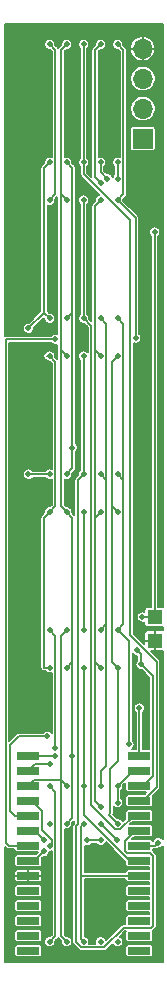
<source format=gbr>
%TF.GenerationSoftware,KiCad,Pcbnew,(5.1.8)-1*%
%TF.CreationDate,2020-12-10T23:44:26+08:00*%
%TF.ProjectId,HEMAC_DISP,48454d41-435f-4444-9953-502e6b696361,rev?*%
%TF.SameCoordinates,Original*%
%TF.FileFunction,Copper,L2,Bot*%
%TF.FilePolarity,Positive*%
%FSLAX46Y46*%
G04 Gerber Fmt 4.6, Leading zero omitted, Abs format (unit mm)*
G04 Created by KiCad (PCBNEW (5.1.8)-1) date 2020-12-10 23:44:26*
%MOMM*%
%LPD*%
G01*
G04 APERTURE LIST*
%TA.AperFunction,ComponentPad*%
%ADD10C,0.500000*%
%TD*%
%TA.AperFunction,SMDPad,CuDef*%
%ADD11R,1.870000X0.670000*%
%TD*%
%TA.AperFunction,ComponentPad*%
%ADD12R,1.700000X1.700000*%
%TD*%
%TA.AperFunction,ComponentPad*%
%ADD13O,1.700000X1.700000*%
%TD*%
%TA.AperFunction,SMDPad,CuDef*%
%ADD14R,1.250000X1.300000*%
%TD*%
%TA.AperFunction,ViaPad*%
%ADD15C,0.500000*%
%TD*%
%TA.AperFunction,Conductor*%
%ADD16C,0.152000*%
%TD*%
%TA.AperFunction,Conductor*%
%ADD17C,0.100000*%
%TD*%
G04 APERTURE END LIST*
D10*
%TO.P,DISP6,10*%
%TO.N,/SEG7*%
X214120000Y-98000000D03*
%TO.P,DISP6,9*%
%TO.N,/SEG6*%
X215560000Y-98000000D03*
%TO.P,DISP6,8*%
%TO.N,/GRID6*%
X217000000Y-98000000D03*
%TO.P,DISP6,7*%
%TO.N,/SEG1*%
X218440000Y-98000000D03*
%TO.P,DISP6,6*%
%TO.N,/SEG2*%
X219880000Y-98000000D03*
%TO.P,DISP6,5*%
%TO.N,/SEG8*%
X219880000Y-108000000D03*
%TO.P,DISP6,4*%
%TO.N,/SEG3*%
X218440000Y-108000000D03*
%TO.P,DISP6,3*%
%TO.N,/GRID6*%
X217000000Y-108000000D03*
%TO.P,DISP6,2*%
%TO.N,/SEG4*%
X215560000Y-108000000D03*
%TO.P,DISP6,1*%
%TO.N,/SEG5*%
X214120000Y-108000000D03*
%TD*%
%TO.P,DISP5,10*%
%TO.N,/SEG7*%
X214120000Y-84800000D03*
%TO.P,DISP5,9*%
%TO.N,/SEG6*%
X215560000Y-84800000D03*
%TO.P,DISP5,8*%
%TO.N,/GRID5*%
X217000000Y-84800000D03*
%TO.P,DISP5,7*%
%TO.N,/SEG1*%
X218440000Y-84800000D03*
%TO.P,DISP5,6*%
%TO.N,/SEG2*%
X219880000Y-84800000D03*
%TO.P,DISP5,5*%
%TO.N,/SEG8*%
X219880000Y-94800000D03*
%TO.P,DISP5,4*%
%TO.N,/SEG3*%
X218440000Y-94800000D03*
%TO.P,DISP5,3*%
%TO.N,/GRID5*%
X217000000Y-94800000D03*
%TO.P,DISP5,2*%
%TO.N,/SEG4*%
X215560000Y-94800000D03*
%TO.P,DISP5,1*%
%TO.N,/SEG5*%
X214120000Y-94800000D03*
%TD*%
%TO.P,DISP4,10*%
%TO.N,/SEG7*%
X214120000Y-71600000D03*
%TO.P,DISP4,9*%
%TO.N,/SEG6*%
X215560000Y-71600000D03*
%TO.P,DISP4,8*%
%TO.N,/GRID4*%
X217000000Y-71600000D03*
%TO.P,DISP4,7*%
%TO.N,/SEG1*%
X218440000Y-71600000D03*
%TO.P,DISP4,6*%
%TO.N,/SEG2*%
X219880000Y-71600000D03*
%TO.P,DISP4,5*%
%TO.N,/SEG8*%
X219880000Y-81600000D03*
%TO.P,DISP4,4*%
%TO.N,/SEG3*%
X218440000Y-81600000D03*
%TO.P,DISP4,3*%
%TO.N,/GRID4*%
X217000000Y-81600000D03*
%TO.P,DISP4,2*%
%TO.N,/SEG4*%
X215560000Y-81600000D03*
%TO.P,DISP4,1*%
%TO.N,/SEG5*%
X214120000Y-81600000D03*
%TD*%
%TO.P,DISP3,10*%
%TO.N,/SEG7*%
X214120000Y-58400000D03*
%TO.P,DISP3,9*%
%TO.N,/SEG6*%
X215560000Y-58400000D03*
%TO.P,DISP3,8*%
%TO.N,/GRID3*%
X217000000Y-58400000D03*
%TO.P,DISP3,7*%
%TO.N,/SEG1*%
X218440000Y-58400000D03*
%TO.P,DISP3,6*%
%TO.N,/SEG2*%
X219880000Y-58400000D03*
%TO.P,DISP3,5*%
%TO.N,/SEG8*%
X219880000Y-68400000D03*
%TO.P,DISP3,4*%
%TO.N,/SEG3*%
X218440000Y-68400000D03*
%TO.P,DISP3,3*%
%TO.N,/GRID3*%
X217000000Y-68400000D03*
%TO.P,DISP3,2*%
%TO.N,/SEG4*%
X215560000Y-68400000D03*
%TO.P,DISP3,1*%
%TO.N,/SEG5*%
X214120000Y-68400000D03*
%TD*%
%TO.P,DISP2,10*%
%TO.N,/SEG7*%
X214120000Y-45200000D03*
%TO.P,DISP2,9*%
%TO.N,/SEG6*%
X215560000Y-45200000D03*
%TO.P,DISP2,8*%
%TO.N,/GRID2*%
X217000000Y-45200000D03*
%TO.P,DISP2,7*%
%TO.N,/SEG1*%
X218440000Y-45200000D03*
%TO.P,DISP2,6*%
%TO.N,/SEG2*%
X219880000Y-45200000D03*
%TO.P,DISP2,5*%
%TO.N,/SEG8*%
X219880000Y-55200000D03*
%TO.P,DISP2,4*%
%TO.N,/SEG3*%
X218440000Y-55200000D03*
%TO.P,DISP2,3*%
%TO.N,/GRID2*%
X217000000Y-55200000D03*
%TO.P,DISP2,2*%
%TO.N,/SEG4*%
X215560000Y-55200000D03*
%TO.P,DISP2,1*%
%TO.N,/SEG5*%
X214120000Y-55200000D03*
%TD*%
%TO.P,DISP1,10*%
%TO.N,/SEG7*%
X214120000Y-32000000D03*
%TO.P,DISP1,9*%
%TO.N,/SEG6*%
X215560000Y-32000000D03*
%TO.P,DISP1,8*%
%TO.N,/GRID1*%
X217000000Y-32000000D03*
%TO.P,DISP1,7*%
%TO.N,/SEG1*%
X218440000Y-32000000D03*
%TO.P,DISP1,6*%
%TO.N,/SEG2*%
X219880000Y-32000000D03*
%TO.P,DISP1,5*%
%TO.N,/SEG8*%
X219880000Y-42000000D03*
%TO.P,DISP1,4*%
%TO.N,/SEG3*%
X218440000Y-42000000D03*
%TO.P,DISP1,3*%
%TO.N,/GRID1*%
X217000000Y-42000000D03*
%TO.P,DISP1,2*%
%TO.N,/SEG4*%
X215560000Y-42000000D03*
%TO.P,DISP1,1*%
%TO.N,/SEG5*%
X214120000Y-42000000D03*
%TD*%
D11*
%TO.P,U1,28*%
%TO.N,Net-(U1-Pad28)*%
X221700000Y-108755000D03*
%TO.P,U1,27*%
%TO.N,Net-(U1-Pad27)*%
X221700000Y-107485000D03*
%TO.P,U1,26*%
%TO.N,Net-(U1-Pad26)*%
X221700000Y-106215000D03*
%TO.P,U1,25*%
%TO.N,Net-(U1-Pad25)*%
X221700000Y-104945000D03*
%TO.P,U1,24*%
%TO.N,Net-(U1-Pad24)*%
X221700000Y-103675000D03*
%TO.P,U1,23*%
%TO.N,/GRID6*%
X221700000Y-102405000D03*
%TO.P,U1,22*%
%TO.N,/GRID5*%
X221700000Y-101135000D03*
%TO.P,U1,21*%
%TO.N,/GRID4*%
X221700000Y-99865000D03*
%TO.P,U1,20*%
%TO.N,/GRID3*%
X221700000Y-98595000D03*
%TO.P,U1,19*%
%TO.N,/GRID2*%
X221700000Y-97325000D03*
%TO.P,U1,18*%
%TO.N,/GRID1*%
X221700000Y-96055000D03*
%TO.P,U1,17*%
%TO.N,+5V*%
X221700000Y-94785000D03*
%TO.P,U1,16*%
%TO.N,/SEG8*%
X221700000Y-93515000D03*
%TO.P,U1,15*%
%TO.N,/SEG7*%
X221700000Y-92245000D03*
%TO.P,U1,14*%
%TO.N,/SEG6*%
X212300000Y-92245000D03*
%TO.P,U1,13*%
%TO.N,/SEG5*%
X212300000Y-93515000D03*
%TO.P,U1,12*%
%TO.N,/SEG4*%
X212300000Y-94785000D03*
%TO.P,U1,11*%
%TO.N,/SEG3*%
X212300000Y-96055000D03*
%TO.P,U1,10*%
%TO.N,/SEG2*%
X212300000Y-97325000D03*
%TO.P,U1,9*%
%TO.N,/SEG1*%
X212300000Y-98595000D03*
%TO.P,U1,8*%
%TO.N,/SCLK*%
X212300000Y-99865000D03*
%TO.P,U1,7*%
%TO.N,/DIN*%
X212300000Y-101135000D03*
%TO.P,U1,6*%
%TO.N,GND*%
X212300000Y-102405000D03*
%TO.P,U1,5*%
%TO.N,Net-(U1-Pad5)*%
X212300000Y-103675000D03*
%TO.P,U1,4*%
%TO.N,Net-(U1-Pad4)*%
X212300000Y-104945000D03*
%TO.P,U1,3*%
%TO.N,Net-(U1-Pad3)*%
X212300000Y-106215000D03*
%TO.P,U1,2*%
%TO.N,Net-(U1-Pad2)*%
X212300000Y-107485000D03*
%TO.P,U1,1*%
%TO.N,Net-(U1-Pad1)*%
X212300000Y-108755000D03*
%TD*%
D12*
%TO.P,J1,1*%
%TO.N,+5V*%
X222000000Y-40000000D03*
D13*
%TO.P,J1,2*%
%TO.N,/DIN*%
X222000000Y-37460000D03*
%TO.P,J1,3*%
%TO.N,/SCLK*%
X222000000Y-34920000D03*
%TO.P,J1,4*%
%TO.N,GND*%
X222000000Y-32380000D03*
%TD*%
D14*
%TO.P,C1,1*%
%TO.N,+5V*%
X223000000Y-80500000D03*
%TO.P,C1,2*%
%TO.N,GND*%
X223000000Y-82500000D03*
%TD*%
D15*
%TO.N,+5V*%
X221857300Y-84500000D03*
X221972600Y-80500000D03*
X221524300Y-83299000D03*
X223000000Y-47902400D03*
%TO.N,GND*%
X222100000Y-50700000D03*
X214000000Y-102400000D03*
X222100000Y-53100000D03*
X222200000Y-55900000D03*
X222200000Y-58800000D03*
X222200000Y-62200000D03*
X222200000Y-65500000D03*
X222200000Y-69300000D03*
X222200000Y-73700000D03*
X222200000Y-77700000D03*
X221500000Y-86300000D03*
X214000000Y-104700000D03*
X215700000Y-102400000D03*
X219000000Y-103100000D03*
X219000000Y-100900000D03*
X219000000Y-105700000D03*
X211400000Y-86300000D03*
X211400000Y-79000000D03*
%TO.N,/SEG5*%
X214120000Y-92951600D03*
X214598400Y-91573100D03*
X212310800Y-56052400D03*
X212310800Y-68400000D03*
%TO.N,/SEG4*%
X216038400Y-66148500D03*
%TO.N,/SEG3*%
X219005100Y-43402400D03*
X214120000Y-99881600D03*
%TO.N,/SEG8*%
X219880000Y-43402400D03*
X219880000Y-96202400D03*
X220836800Y-91284500D03*
%TO.N,/SEG2*%
X221400000Y-56880000D03*
X213919600Y-90600000D03*
%TO.N,/SEG1*%
X213676500Y-99402400D03*
X217283200Y-99402400D03*
X218440000Y-99402400D03*
X218440000Y-43760100D03*
X219842400Y-99402400D03*
X218440000Y-96560100D03*
%TO.N,/SEG6*%
X214603200Y-92245000D03*
X216038400Y-92245000D03*
%TO.N,/SEG7*%
X221700000Y-88204800D03*
%TO.N,/GRID4*%
X223300000Y-99600000D03*
%TO.N,/DIN*%
X213637400Y-100321700D03*
%TO.N,/SCLK*%
X214603200Y-56994100D03*
%TD*%
D16*
%TO.N,+5V*%
X221700000Y-94785000D02*
X222023100Y-94785000D01*
X222023100Y-94785000D02*
X222863400Y-93944700D01*
X222863400Y-93944700D02*
X222863400Y-85506100D01*
X221857300Y-84500000D02*
X221857300Y-83632000D01*
X221857300Y-83632000D02*
X221524300Y-83299000D01*
X223000000Y-80500000D02*
X223000000Y-47902400D01*
X222863400Y-85506100D02*
X221857300Y-84500000D01*
X221972600Y-80500000D02*
X223000000Y-80500000D01*
%TO.N,GND*%
X213995000Y-102405000D02*
X214000000Y-102400000D01*
X212300000Y-102405000D02*
X213995000Y-102405000D01*
%TO.N,/SEG5*%
X214120000Y-108000000D02*
X214598400Y-107521600D01*
X214598400Y-107521600D02*
X214598400Y-95278400D01*
X214598400Y-95278400D02*
X214120000Y-94800000D01*
X212300000Y-93515000D02*
X212863400Y-92951600D01*
X212863400Y-92951600D02*
X214120000Y-92951600D01*
X214120000Y-42000000D02*
X213641600Y-42478400D01*
X213641600Y-42478400D02*
X213641600Y-54721600D01*
X213641600Y-54721600D02*
X214120000Y-55200000D01*
X214120000Y-81600000D02*
X214598400Y-82078400D01*
X214598400Y-82078400D02*
X214598400Y-91573100D01*
X213641600Y-54721600D02*
X212310800Y-56052400D01*
X214120000Y-68400000D02*
X212310800Y-68400000D01*
%TO.N,/SEG4*%
X212300000Y-94785000D02*
X212763400Y-94321600D01*
X212763400Y-94321600D02*
X215081600Y-94321600D01*
X215081600Y-94321600D02*
X215560000Y-94800000D01*
X215081600Y-94321600D02*
X215081600Y-82078400D01*
X215081600Y-82078400D02*
X215560000Y-81600000D01*
X215560000Y-55200000D02*
X216038400Y-54721600D01*
X216038400Y-54721600D02*
X216038400Y-42478400D01*
X216038400Y-42478400D02*
X215560000Y-42000000D01*
X215560000Y-68400000D02*
X216038400Y-67921600D01*
X216038400Y-67921600D02*
X216038400Y-54721600D01*
X215560000Y-108000000D02*
X215081600Y-107521600D01*
X215081600Y-107521600D02*
X215081600Y-94321600D01*
%TO.N,/GRID1*%
X217000000Y-42000000D02*
X217000000Y-32000000D01*
X221700000Y-96055000D02*
X222023100Y-96055000D01*
X222023100Y-96055000D02*
X223167800Y-94910300D01*
X223167800Y-84265900D02*
X220921600Y-82019700D01*
X223167800Y-94910300D02*
X223167800Y-84265900D01*
X220921600Y-82019700D02*
X220921600Y-46918300D01*
X220921600Y-46918300D02*
X217000000Y-42996700D01*
X217000000Y-42996700D02*
X217000000Y-42000000D01*
%TO.N,/SEG3*%
X218440000Y-81600000D02*
X218918400Y-81121600D01*
X218918400Y-81121600D02*
X218918400Y-68878400D01*
X218918400Y-68878400D02*
X218440000Y-68400000D01*
X218918400Y-68878400D02*
X218918400Y-55678400D01*
X218918400Y-55678400D02*
X218440000Y-55200000D01*
X218440000Y-42000000D02*
X218440000Y-42837300D01*
X218440000Y-42837300D02*
X219005100Y-43402400D01*
X212300000Y-96055000D02*
X212623100Y-96055000D01*
X212623100Y-96055000D02*
X213463400Y-96895300D01*
X213463400Y-96895300D02*
X213463400Y-98512600D01*
X213463400Y-98512600D02*
X214294000Y-99343200D01*
X214294000Y-99343200D02*
X214294000Y-99707600D01*
X214294000Y-99707600D02*
X214120000Y-99881600D01*
X218440000Y-93560000D02*
X218440000Y-94800000D01*
X218918400Y-93081600D02*
X218440000Y-93560000D01*
X218918400Y-81121600D02*
X218918400Y-93081600D01*
%TO.N,/SEG8*%
X219880000Y-68400000D02*
X220358400Y-68878400D01*
X220358400Y-68878400D02*
X220358400Y-81121600D01*
X220358400Y-81121600D02*
X219880000Y-81600000D01*
X219880000Y-42000000D02*
X219880000Y-43402400D01*
X220358400Y-68878400D02*
X220358400Y-55678400D01*
X220358400Y-55678400D02*
X219880000Y-55200000D01*
X219880000Y-94800000D02*
X219880000Y-96202400D01*
X220836800Y-91284500D02*
X220836800Y-82556800D01*
X220836800Y-82556800D02*
X219880000Y-81600000D01*
X221165000Y-93515000D02*
X221700000Y-93515000D01*
X219880000Y-94800000D02*
X221165000Y-93515000D01*
%TO.N,/SEG2*%
X219880000Y-58400000D02*
X219401600Y-58878400D01*
X219401600Y-58878400D02*
X219401600Y-71121600D01*
X219401600Y-71121600D02*
X219880000Y-71600000D01*
X219401600Y-71121600D02*
X219401600Y-84321600D01*
X219401600Y-84321600D02*
X219880000Y-84800000D01*
X219880000Y-32000000D02*
X220358400Y-32478400D01*
X220358400Y-32478400D02*
X220358400Y-44721600D01*
X220358400Y-44721600D02*
X219880000Y-45200000D01*
X219880000Y-45200000D02*
X221400000Y-46720000D01*
X221400000Y-46720000D02*
X221400000Y-56880000D01*
X211213000Y-97325000D02*
X210800000Y-96912000D01*
X212300000Y-97325000D02*
X211213000Y-97325000D01*
X210800000Y-96912000D02*
X210800000Y-92064598D01*
X210800000Y-92064598D02*
X210800000Y-91300000D01*
X211500000Y-90600000D02*
X213919600Y-90600000D01*
X210800000Y-91300000D02*
X211500000Y-90600000D01*
X219880000Y-98000000D02*
X219100000Y-97220000D01*
X219222410Y-97097590D02*
X219222410Y-93377590D01*
X219100000Y-97220000D02*
X219222410Y-97097590D01*
X219880000Y-92720000D02*
X219880000Y-84800000D01*
X219222410Y-93377590D02*
X219880000Y-92720000D01*
%TO.N,/SEG1*%
X218440000Y-71600000D02*
X217961600Y-72078400D01*
X217961600Y-72078400D02*
X217961600Y-84321600D01*
X217961600Y-84321600D02*
X218440000Y-84800000D01*
X212300000Y-98595000D02*
X212869100Y-98595000D01*
X212869100Y-98595000D02*
X213676500Y-99402400D01*
X217283200Y-99402400D02*
X218440000Y-99402400D01*
X218440000Y-32000000D02*
X217961600Y-32478400D01*
X217961600Y-32478400D02*
X217961600Y-43281700D01*
X217961600Y-43281700D02*
X218440000Y-43760100D01*
X218440000Y-45200000D02*
X217961600Y-45678400D01*
X217961600Y-45678400D02*
X217961600Y-57921600D01*
X217961600Y-57921600D02*
X218440000Y-58400000D01*
X218440000Y-98000000D02*
X219842400Y-99402400D01*
X217961600Y-57921600D02*
X217961600Y-72078400D01*
X217961600Y-84321600D02*
X217961600Y-96081700D01*
X217961600Y-96081700D02*
X218440000Y-96560100D01*
%TO.N,/SEG6*%
X215560000Y-32000000D02*
X215081600Y-32478400D01*
X215081600Y-32478400D02*
X215081600Y-44721600D01*
X215081600Y-44721600D02*
X215560000Y-45200000D01*
X215560000Y-58400000D02*
X215081600Y-57921600D01*
X215081600Y-57921600D02*
X215081600Y-44721600D01*
X215560000Y-84800000D02*
X216038400Y-84321600D01*
X216038400Y-84321600D02*
X216038400Y-72078400D01*
X216038400Y-72078400D02*
X215560000Y-71600000D01*
X215081600Y-57921600D02*
X215081600Y-71121600D01*
X215081600Y-71121600D02*
X215560000Y-71600000D01*
X215560000Y-98000000D02*
X216038400Y-97521600D01*
X216038400Y-97521600D02*
X216038400Y-84321600D01*
X212300000Y-92245000D02*
X214603200Y-92245000D01*
%TO.N,/SEG7*%
X214120000Y-71600000D02*
X214598400Y-71121600D01*
X214598400Y-71121600D02*
X214598400Y-58878400D01*
X214598400Y-58878400D02*
X214120000Y-58400000D01*
X214120000Y-71600000D02*
X213641600Y-72078400D01*
X213641600Y-72078400D02*
X213641600Y-84800000D01*
X214120000Y-32000000D02*
X214598400Y-32478400D01*
X214598400Y-32478400D02*
X214598400Y-44721600D01*
X214598400Y-44721600D02*
X214120000Y-45200000D01*
X221700000Y-88204800D02*
X221700000Y-92245000D01*
X214120000Y-58400000D02*
X213873900Y-58400000D01*
X214120000Y-84800000D02*
X213650000Y-84800000D01*
%TO.N,/GRID2*%
X221700000Y-97325000D02*
X221231700Y-97325000D01*
X221231700Y-97325000D02*
X220078300Y-98478400D01*
X220078300Y-98478400D02*
X219681700Y-98478400D01*
X219681700Y-98478400D02*
X217657200Y-96453900D01*
X217657200Y-96453900D02*
X217657200Y-55857200D01*
X217657200Y-55857200D02*
X217000000Y-55200000D01*
X217000000Y-55200000D02*
X217000000Y-45200000D01*
%TO.N,/GRID3*%
X217000000Y-58400000D02*
X217000000Y-68400000D01*
X221700000Y-98595000D02*
X221376900Y-98595000D01*
X221376900Y-98595000D02*
X220536600Y-99435300D01*
X220536600Y-99435300D02*
X220536600Y-100294700D01*
X220536600Y-100294700D02*
X220698300Y-100456400D01*
X220698300Y-100456400D02*
X222614500Y-100456400D01*
X222614500Y-100456400D02*
X222863400Y-100705300D01*
X222863400Y-100705300D02*
X222863400Y-106644700D01*
X222863400Y-106644700D02*
X222701700Y-106806400D01*
X222701700Y-106806400D02*
X220396900Y-106806400D01*
X220396900Y-106806400D02*
X218724900Y-108478400D01*
X218724900Y-108478400D02*
X216801700Y-108478400D01*
X216801700Y-108478400D02*
X216342800Y-108019500D01*
X216342800Y-108019500D02*
X216342800Y-98226600D01*
X216342800Y-98226600D02*
X216521600Y-98047800D01*
X216521600Y-98047800D02*
X216521600Y-68878400D01*
X216521600Y-68878400D02*
X217000000Y-68400000D01*
%TO.N,/GRID4*%
X217000000Y-81600000D02*
X217000000Y-71600000D01*
X221700000Y-99865000D02*
X222023100Y-99865000D01*
X223035000Y-99865000D02*
X223300000Y-99600000D01*
X221700000Y-99865000D02*
X223035000Y-99865000D01*
%TO.N,/GRID5*%
X221700000Y-101135000D02*
X220898300Y-101135000D01*
X220898300Y-101135000D02*
X217000000Y-97236700D01*
X217000000Y-97236700D02*
X217000000Y-94800000D01*
X217000000Y-94800000D02*
X217000000Y-84800000D01*
%TO.N,/GRID6*%
X216804800Y-98195200D02*
X217000000Y-98000000D01*
X216804800Y-99600700D02*
X216804800Y-98195200D01*
X216800000Y-102400000D02*
X216804800Y-99600700D01*
X221376900Y-102405000D02*
X216800000Y-102400000D01*
X221700000Y-102405000D02*
X221376900Y-102405000D01*
X216800000Y-107800000D02*
X217000000Y-108000000D01*
X216800000Y-102400000D02*
X216800000Y-107800000D01*
%TO.N,/DIN*%
X213637400Y-100321700D02*
X212824100Y-101135000D01*
X212824100Y-101135000D02*
X212300000Y-101135000D01*
%TO.N,/SCLK*%
X212300000Y-99865000D02*
X211976900Y-99865000D01*
X210400000Y-57000000D02*
X214603200Y-56994100D01*
X210400000Y-99600000D02*
X210400000Y-57000000D01*
X210665000Y-99865000D02*
X210400000Y-99600000D01*
X212300000Y-99865000D02*
X210665000Y-99865000D01*
%TD*%
%TO.N,GND*%
X223674000Y-109674000D02*
X210326000Y-109674000D01*
X210326000Y-108420000D01*
X211135897Y-108420000D01*
X211135897Y-109090000D01*
X211140299Y-109134696D01*
X211153336Y-109177674D01*
X211174508Y-109217283D01*
X211203000Y-109252000D01*
X211237717Y-109280492D01*
X211277326Y-109301664D01*
X211320304Y-109314701D01*
X211365000Y-109319103D01*
X213235000Y-109319103D01*
X213279696Y-109314701D01*
X213322674Y-109301664D01*
X213362283Y-109280492D01*
X213397000Y-109252000D01*
X213425492Y-109217283D01*
X213446664Y-109177674D01*
X213459701Y-109134696D01*
X213464103Y-109090000D01*
X213464103Y-108420000D01*
X213459701Y-108375304D01*
X213446664Y-108332326D01*
X213425492Y-108292717D01*
X213397000Y-108258000D01*
X213362283Y-108229508D01*
X213322674Y-108208336D01*
X213279696Y-108195299D01*
X213235000Y-108190897D01*
X211365000Y-108190897D01*
X211320304Y-108195299D01*
X211277326Y-108208336D01*
X211237717Y-108229508D01*
X211203000Y-108258000D01*
X211174508Y-108292717D01*
X211153336Y-108332326D01*
X211140299Y-108375304D01*
X211135897Y-108420000D01*
X210326000Y-108420000D01*
X210326000Y-107150000D01*
X211135897Y-107150000D01*
X211135897Y-107820000D01*
X211140299Y-107864696D01*
X211153336Y-107907674D01*
X211174508Y-107947283D01*
X211203000Y-107982000D01*
X211237717Y-108010492D01*
X211277326Y-108031664D01*
X211320304Y-108044701D01*
X211365000Y-108049103D01*
X213235000Y-108049103D01*
X213279696Y-108044701D01*
X213322674Y-108031664D01*
X213362283Y-108010492D01*
X213397000Y-107982000D01*
X213425492Y-107947283D01*
X213446664Y-107907674D01*
X213459701Y-107864696D01*
X213464103Y-107820000D01*
X213464103Y-107150000D01*
X213459701Y-107105304D01*
X213446664Y-107062326D01*
X213425492Y-107022717D01*
X213397000Y-106988000D01*
X213362283Y-106959508D01*
X213322674Y-106938336D01*
X213279696Y-106925299D01*
X213235000Y-106920897D01*
X211365000Y-106920897D01*
X211320304Y-106925299D01*
X211277326Y-106938336D01*
X211237717Y-106959508D01*
X211203000Y-106988000D01*
X211174508Y-107022717D01*
X211153336Y-107062326D01*
X211140299Y-107105304D01*
X211135897Y-107150000D01*
X210326000Y-107150000D01*
X210326000Y-105880000D01*
X211135897Y-105880000D01*
X211135897Y-106550000D01*
X211140299Y-106594696D01*
X211153336Y-106637674D01*
X211174508Y-106677283D01*
X211203000Y-106712000D01*
X211237717Y-106740492D01*
X211277326Y-106761664D01*
X211320304Y-106774701D01*
X211365000Y-106779103D01*
X213235000Y-106779103D01*
X213279696Y-106774701D01*
X213322674Y-106761664D01*
X213362283Y-106740492D01*
X213397000Y-106712000D01*
X213425492Y-106677283D01*
X213446664Y-106637674D01*
X213459701Y-106594696D01*
X213464103Y-106550000D01*
X213464103Y-105880000D01*
X213459701Y-105835304D01*
X213446664Y-105792326D01*
X213425492Y-105752717D01*
X213397000Y-105718000D01*
X213362283Y-105689508D01*
X213322674Y-105668336D01*
X213279696Y-105655299D01*
X213235000Y-105650897D01*
X211365000Y-105650897D01*
X211320304Y-105655299D01*
X211277326Y-105668336D01*
X211237717Y-105689508D01*
X211203000Y-105718000D01*
X211174508Y-105752717D01*
X211153336Y-105792326D01*
X211140299Y-105835304D01*
X211135897Y-105880000D01*
X210326000Y-105880000D01*
X210326000Y-104610000D01*
X211135897Y-104610000D01*
X211135897Y-105280000D01*
X211140299Y-105324696D01*
X211153336Y-105367674D01*
X211174508Y-105407283D01*
X211203000Y-105442000D01*
X211237717Y-105470492D01*
X211277326Y-105491664D01*
X211320304Y-105504701D01*
X211365000Y-105509103D01*
X213235000Y-105509103D01*
X213279696Y-105504701D01*
X213322674Y-105491664D01*
X213362283Y-105470492D01*
X213397000Y-105442000D01*
X213425492Y-105407283D01*
X213446664Y-105367674D01*
X213459701Y-105324696D01*
X213464103Y-105280000D01*
X213464103Y-104610000D01*
X213459701Y-104565304D01*
X213446664Y-104522326D01*
X213425492Y-104482717D01*
X213397000Y-104448000D01*
X213362283Y-104419508D01*
X213322674Y-104398336D01*
X213279696Y-104385299D01*
X213235000Y-104380897D01*
X211365000Y-104380897D01*
X211320304Y-104385299D01*
X211277326Y-104398336D01*
X211237717Y-104419508D01*
X211203000Y-104448000D01*
X211174508Y-104482717D01*
X211153336Y-104522326D01*
X211140299Y-104565304D01*
X211135897Y-104610000D01*
X210326000Y-104610000D01*
X210326000Y-103340000D01*
X211135897Y-103340000D01*
X211135897Y-104010000D01*
X211140299Y-104054696D01*
X211153336Y-104097674D01*
X211174508Y-104137283D01*
X211203000Y-104172000D01*
X211237717Y-104200492D01*
X211277326Y-104221664D01*
X211320304Y-104234701D01*
X211365000Y-104239103D01*
X213235000Y-104239103D01*
X213279696Y-104234701D01*
X213322674Y-104221664D01*
X213362283Y-104200492D01*
X213397000Y-104172000D01*
X213425492Y-104137283D01*
X213446664Y-104097674D01*
X213459701Y-104054696D01*
X213464103Y-104010000D01*
X213464103Y-103340000D01*
X213459701Y-103295304D01*
X213446664Y-103252326D01*
X213425492Y-103212717D01*
X213397000Y-103178000D01*
X213362283Y-103149508D01*
X213322674Y-103128336D01*
X213279696Y-103115299D01*
X213235000Y-103110897D01*
X211365000Y-103110897D01*
X211320304Y-103115299D01*
X211277326Y-103128336D01*
X211237717Y-103149508D01*
X211203000Y-103178000D01*
X211174508Y-103212717D01*
X211153336Y-103252326D01*
X211140299Y-103295304D01*
X211135897Y-103340000D01*
X210326000Y-103340000D01*
X210326000Y-102740000D01*
X211133887Y-102740000D01*
X211138328Y-102785088D01*
X211151479Y-102828443D01*
X211172837Y-102868400D01*
X211201578Y-102903422D01*
X211236600Y-102932163D01*
X211276557Y-102953521D01*
X211319912Y-102966672D01*
X211365000Y-102971113D01*
X212241500Y-102970000D01*
X212299000Y-102912500D01*
X212299000Y-102406000D01*
X212301000Y-102406000D01*
X212301000Y-102912500D01*
X212358500Y-102970000D01*
X213235000Y-102971113D01*
X213280088Y-102966672D01*
X213323443Y-102953521D01*
X213363400Y-102932163D01*
X213398422Y-102903422D01*
X213427163Y-102868400D01*
X213448521Y-102828443D01*
X213461672Y-102785088D01*
X213466113Y-102740000D01*
X213465000Y-102463500D01*
X213407500Y-102406000D01*
X212301000Y-102406000D01*
X212299000Y-102406000D01*
X211192500Y-102406000D01*
X211135000Y-102463500D01*
X211133887Y-102740000D01*
X210326000Y-102740000D01*
X210326000Y-102070000D01*
X211133887Y-102070000D01*
X211135000Y-102346500D01*
X211192500Y-102404000D01*
X212299000Y-102404000D01*
X212299000Y-101897500D01*
X212301000Y-101897500D01*
X212301000Y-102404000D01*
X213407500Y-102404000D01*
X213465000Y-102346500D01*
X213466113Y-102070000D01*
X213461672Y-102024912D01*
X213448521Y-101981557D01*
X213427163Y-101941600D01*
X213398422Y-101906578D01*
X213363400Y-101877837D01*
X213323443Y-101856479D01*
X213280088Y-101843328D01*
X213235000Y-101838887D01*
X212358500Y-101840000D01*
X212301000Y-101897500D01*
X212299000Y-101897500D01*
X212241500Y-101840000D01*
X211365000Y-101838887D01*
X211319912Y-101843328D01*
X211276557Y-101856479D01*
X211236600Y-101877837D01*
X211201578Y-101906578D01*
X211172837Y-101941600D01*
X211151479Y-101981557D01*
X211138328Y-102024912D01*
X211133887Y-102070000D01*
X210326000Y-102070000D01*
X210326000Y-99955920D01*
X210439485Y-100069406D01*
X210449000Y-100081000D01*
X210495290Y-100118989D01*
X210548100Y-100147216D01*
X210548102Y-100147217D01*
X210605406Y-100164600D01*
X210665000Y-100170470D01*
X210679924Y-100169000D01*
X211135897Y-100169000D01*
X211135897Y-100200000D01*
X211140299Y-100244696D01*
X211153336Y-100287674D01*
X211174508Y-100327283D01*
X211203000Y-100362000D01*
X211237717Y-100390492D01*
X211277326Y-100411664D01*
X211320304Y-100424701D01*
X211365000Y-100429103D01*
X213100076Y-100429103D01*
X212958283Y-100570897D01*
X211365000Y-100570897D01*
X211320304Y-100575299D01*
X211277326Y-100588336D01*
X211237717Y-100609508D01*
X211203000Y-100638000D01*
X211174508Y-100672717D01*
X211153336Y-100712326D01*
X211140299Y-100755304D01*
X211135897Y-100800000D01*
X211135897Y-101470000D01*
X211140299Y-101514696D01*
X211153336Y-101557674D01*
X211174508Y-101597283D01*
X211203000Y-101632000D01*
X211237717Y-101660492D01*
X211277326Y-101681664D01*
X211320304Y-101694701D01*
X211365000Y-101699103D01*
X213235000Y-101699103D01*
X213279696Y-101694701D01*
X213322674Y-101681664D01*
X213362283Y-101660492D01*
X213397000Y-101632000D01*
X213425492Y-101597283D01*
X213446664Y-101557674D01*
X213459701Y-101514696D01*
X213464103Y-101470000D01*
X213464103Y-100924918D01*
X213589487Y-100799534D01*
X213590321Y-100799700D01*
X213684479Y-100799700D01*
X213776828Y-100781331D01*
X213863818Y-100745298D01*
X213942107Y-100692987D01*
X214008687Y-100626407D01*
X214060998Y-100548118D01*
X214097031Y-100461128D01*
X214115400Y-100368779D01*
X214115400Y-100359600D01*
X214167079Y-100359600D01*
X214259428Y-100341231D01*
X214294401Y-100326745D01*
X214294400Y-107395679D01*
X214167913Y-107522166D01*
X214167079Y-107522000D01*
X214072921Y-107522000D01*
X213980572Y-107540369D01*
X213893582Y-107576402D01*
X213815293Y-107628713D01*
X213748713Y-107695293D01*
X213696402Y-107773582D01*
X213660369Y-107860572D01*
X213642000Y-107952921D01*
X213642000Y-108047079D01*
X213660369Y-108139428D01*
X213696402Y-108226418D01*
X213748713Y-108304707D01*
X213815293Y-108371287D01*
X213893582Y-108423598D01*
X213980572Y-108459631D01*
X214072921Y-108478000D01*
X214167079Y-108478000D01*
X214259428Y-108459631D01*
X214346418Y-108423598D01*
X214424707Y-108371287D01*
X214491287Y-108304707D01*
X214543598Y-108226418D01*
X214579631Y-108139428D01*
X214598000Y-108047079D01*
X214598000Y-107952921D01*
X214597834Y-107952087D01*
X214802807Y-107747113D01*
X214814400Y-107737600D01*
X214840000Y-107706406D01*
X214865600Y-107737600D01*
X214877199Y-107747119D01*
X215082166Y-107952086D01*
X215082000Y-107952921D01*
X215082000Y-108047079D01*
X215100369Y-108139428D01*
X215136402Y-108226418D01*
X215188713Y-108304707D01*
X215255293Y-108371287D01*
X215333582Y-108423598D01*
X215420572Y-108459631D01*
X215512921Y-108478000D01*
X215607079Y-108478000D01*
X215699428Y-108459631D01*
X215786418Y-108423598D01*
X215864707Y-108371287D01*
X215931287Y-108304707D01*
X215983598Y-108226418D01*
X216019631Y-108139428D01*
X216038000Y-108047079D01*
X216038000Y-108026302D01*
X216043200Y-108079094D01*
X216048473Y-108096477D01*
X216060583Y-108136397D01*
X216088811Y-108189209D01*
X216126800Y-108235500D01*
X216138399Y-108245019D01*
X216576185Y-108682806D01*
X216585700Y-108694400D01*
X216631990Y-108732389D01*
X216684800Y-108760616D01*
X216684802Y-108760617D01*
X216742106Y-108778000D01*
X216801700Y-108783870D01*
X216816624Y-108782400D01*
X218709976Y-108782400D01*
X218724900Y-108783870D01*
X218784494Y-108778000D01*
X218841798Y-108760617D01*
X218894610Y-108732389D01*
X218940900Y-108694400D01*
X218950419Y-108682801D01*
X219441874Y-108191346D01*
X219456402Y-108226418D01*
X219508713Y-108304707D01*
X219575293Y-108371287D01*
X219653582Y-108423598D01*
X219740572Y-108459631D01*
X219832921Y-108478000D01*
X219927079Y-108478000D01*
X220019428Y-108459631D01*
X220106418Y-108423598D01*
X220111802Y-108420000D01*
X220535897Y-108420000D01*
X220535897Y-109090000D01*
X220540299Y-109134696D01*
X220553336Y-109177674D01*
X220574508Y-109217283D01*
X220603000Y-109252000D01*
X220637717Y-109280492D01*
X220677326Y-109301664D01*
X220720304Y-109314701D01*
X220765000Y-109319103D01*
X222635000Y-109319103D01*
X222679696Y-109314701D01*
X222722674Y-109301664D01*
X222762283Y-109280492D01*
X222797000Y-109252000D01*
X222825492Y-109217283D01*
X222846664Y-109177674D01*
X222859701Y-109134696D01*
X222864103Y-109090000D01*
X222864103Y-108420000D01*
X222859701Y-108375304D01*
X222846664Y-108332326D01*
X222825492Y-108292717D01*
X222797000Y-108258000D01*
X222762283Y-108229508D01*
X222722674Y-108208336D01*
X222679696Y-108195299D01*
X222635000Y-108190897D01*
X220765000Y-108190897D01*
X220720304Y-108195299D01*
X220677326Y-108208336D01*
X220637717Y-108229508D01*
X220603000Y-108258000D01*
X220574508Y-108292717D01*
X220553336Y-108332326D01*
X220540299Y-108375304D01*
X220535897Y-108420000D01*
X220111802Y-108420000D01*
X220184707Y-108371287D01*
X220251287Y-108304707D01*
X220303598Y-108226418D01*
X220339631Y-108139428D01*
X220358000Y-108047079D01*
X220358000Y-107952921D01*
X220339631Y-107860572D01*
X220303598Y-107773582D01*
X220251287Y-107695293D01*
X220184707Y-107628713D01*
X220106418Y-107576402D01*
X220071346Y-107561875D01*
X220522821Y-107110400D01*
X220539797Y-107110400D01*
X220535897Y-107150000D01*
X220535897Y-107820000D01*
X220540299Y-107864696D01*
X220553336Y-107907674D01*
X220574508Y-107947283D01*
X220603000Y-107982000D01*
X220637717Y-108010492D01*
X220677326Y-108031664D01*
X220720304Y-108044701D01*
X220765000Y-108049103D01*
X222635000Y-108049103D01*
X222679696Y-108044701D01*
X222722674Y-108031664D01*
X222762283Y-108010492D01*
X222797000Y-107982000D01*
X222825492Y-107947283D01*
X222846664Y-107907674D01*
X222859701Y-107864696D01*
X222864103Y-107820000D01*
X222864103Y-107150000D01*
X222859701Y-107105304D01*
X222849611Y-107072041D01*
X222871410Y-107060389D01*
X222917700Y-107022400D01*
X222927219Y-107010801D01*
X223067801Y-106870219D01*
X223079400Y-106860700D01*
X223117389Y-106814410D01*
X223145617Y-106761598D01*
X223157727Y-106721678D01*
X223163000Y-106704295D01*
X223164457Y-106689502D01*
X223167400Y-106659624D01*
X223167400Y-106659617D01*
X223168869Y-106644701D01*
X223167400Y-106629784D01*
X223167400Y-100720224D01*
X223168870Y-100705300D01*
X223163000Y-100645705D01*
X223145617Y-100588401D01*
X223124085Y-100548118D01*
X223117389Y-100535590D01*
X223079400Y-100489300D01*
X223067807Y-100479786D01*
X222853421Y-100265400D01*
X222859701Y-100244696D01*
X222864103Y-100200000D01*
X222864103Y-100169000D01*
X223020076Y-100169000D01*
X223035000Y-100170470D01*
X223094594Y-100164600D01*
X223097178Y-100163816D01*
X223151898Y-100147217D01*
X223204710Y-100118989D01*
X223251000Y-100081000D01*
X223253462Y-100078000D01*
X223347079Y-100078000D01*
X223439428Y-100059631D01*
X223526418Y-100023598D01*
X223604707Y-99971287D01*
X223671287Y-99904707D01*
X223674000Y-99900647D01*
X223674000Y-109674000D01*
%TA.AperFunction,Conductor*%
D17*
G36*
X223674000Y-109674000D02*
G01*
X210326000Y-109674000D01*
X210326000Y-108420000D01*
X211135897Y-108420000D01*
X211135897Y-109090000D01*
X211140299Y-109134696D01*
X211153336Y-109177674D01*
X211174508Y-109217283D01*
X211203000Y-109252000D01*
X211237717Y-109280492D01*
X211277326Y-109301664D01*
X211320304Y-109314701D01*
X211365000Y-109319103D01*
X213235000Y-109319103D01*
X213279696Y-109314701D01*
X213322674Y-109301664D01*
X213362283Y-109280492D01*
X213397000Y-109252000D01*
X213425492Y-109217283D01*
X213446664Y-109177674D01*
X213459701Y-109134696D01*
X213464103Y-109090000D01*
X213464103Y-108420000D01*
X213459701Y-108375304D01*
X213446664Y-108332326D01*
X213425492Y-108292717D01*
X213397000Y-108258000D01*
X213362283Y-108229508D01*
X213322674Y-108208336D01*
X213279696Y-108195299D01*
X213235000Y-108190897D01*
X211365000Y-108190897D01*
X211320304Y-108195299D01*
X211277326Y-108208336D01*
X211237717Y-108229508D01*
X211203000Y-108258000D01*
X211174508Y-108292717D01*
X211153336Y-108332326D01*
X211140299Y-108375304D01*
X211135897Y-108420000D01*
X210326000Y-108420000D01*
X210326000Y-107150000D01*
X211135897Y-107150000D01*
X211135897Y-107820000D01*
X211140299Y-107864696D01*
X211153336Y-107907674D01*
X211174508Y-107947283D01*
X211203000Y-107982000D01*
X211237717Y-108010492D01*
X211277326Y-108031664D01*
X211320304Y-108044701D01*
X211365000Y-108049103D01*
X213235000Y-108049103D01*
X213279696Y-108044701D01*
X213322674Y-108031664D01*
X213362283Y-108010492D01*
X213397000Y-107982000D01*
X213425492Y-107947283D01*
X213446664Y-107907674D01*
X213459701Y-107864696D01*
X213464103Y-107820000D01*
X213464103Y-107150000D01*
X213459701Y-107105304D01*
X213446664Y-107062326D01*
X213425492Y-107022717D01*
X213397000Y-106988000D01*
X213362283Y-106959508D01*
X213322674Y-106938336D01*
X213279696Y-106925299D01*
X213235000Y-106920897D01*
X211365000Y-106920897D01*
X211320304Y-106925299D01*
X211277326Y-106938336D01*
X211237717Y-106959508D01*
X211203000Y-106988000D01*
X211174508Y-107022717D01*
X211153336Y-107062326D01*
X211140299Y-107105304D01*
X211135897Y-107150000D01*
X210326000Y-107150000D01*
X210326000Y-105880000D01*
X211135897Y-105880000D01*
X211135897Y-106550000D01*
X211140299Y-106594696D01*
X211153336Y-106637674D01*
X211174508Y-106677283D01*
X211203000Y-106712000D01*
X211237717Y-106740492D01*
X211277326Y-106761664D01*
X211320304Y-106774701D01*
X211365000Y-106779103D01*
X213235000Y-106779103D01*
X213279696Y-106774701D01*
X213322674Y-106761664D01*
X213362283Y-106740492D01*
X213397000Y-106712000D01*
X213425492Y-106677283D01*
X213446664Y-106637674D01*
X213459701Y-106594696D01*
X213464103Y-106550000D01*
X213464103Y-105880000D01*
X213459701Y-105835304D01*
X213446664Y-105792326D01*
X213425492Y-105752717D01*
X213397000Y-105718000D01*
X213362283Y-105689508D01*
X213322674Y-105668336D01*
X213279696Y-105655299D01*
X213235000Y-105650897D01*
X211365000Y-105650897D01*
X211320304Y-105655299D01*
X211277326Y-105668336D01*
X211237717Y-105689508D01*
X211203000Y-105718000D01*
X211174508Y-105752717D01*
X211153336Y-105792326D01*
X211140299Y-105835304D01*
X211135897Y-105880000D01*
X210326000Y-105880000D01*
X210326000Y-104610000D01*
X211135897Y-104610000D01*
X211135897Y-105280000D01*
X211140299Y-105324696D01*
X211153336Y-105367674D01*
X211174508Y-105407283D01*
X211203000Y-105442000D01*
X211237717Y-105470492D01*
X211277326Y-105491664D01*
X211320304Y-105504701D01*
X211365000Y-105509103D01*
X213235000Y-105509103D01*
X213279696Y-105504701D01*
X213322674Y-105491664D01*
X213362283Y-105470492D01*
X213397000Y-105442000D01*
X213425492Y-105407283D01*
X213446664Y-105367674D01*
X213459701Y-105324696D01*
X213464103Y-105280000D01*
X213464103Y-104610000D01*
X213459701Y-104565304D01*
X213446664Y-104522326D01*
X213425492Y-104482717D01*
X213397000Y-104448000D01*
X213362283Y-104419508D01*
X213322674Y-104398336D01*
X213279696Y-104385299D01*
X213235000Y-104380897D01*
X211365000Y-104380897D01*
X211320304Y-104385299D01*
X211277326Y-104398336D01*
X211237717Y-104419508D01*
X211203000Y-104448000D01*
X211174508Y-104482717D01*
X211153336Y-104522326D01*
X211140299Y-104565304D01*
X211135897Y-104610000D01*
X210326000Y-104610000D01*
X210326000Y-103340000D01*
X211135897Y-103340000D01*
X211135897Y-104010000D01*
X211140299Y-104054696D01*
X211153336Y-104097674D01*
X211174508Y-104137283D01*
X211203000Y-104172000D01*
X211237717Y-104200492D01*
X211277326Y-104221664D01*
X211320304Y-104234701D01*
X211365000Y-104239103D01*
X213235000Y-104239103D01*
X213279696Y-104234701D01*
X213322674Y-104221664D01*
X213362283Y-104200492D01*
X213397000Y-104172000D01*
X213425492Y-104137283D01*
X213446664Y-104097674D01*
X213459701Y-104054696D01*
X213464103Y-104010000D01*
X213464103Y-103340000D01*
X213459701Y-103295304D01*
X213446664Y-103252326D01*
X213425492Y-103212717D01*
X213397000Y-103178000D01*
X213362283Y-103149508D01*
X213322674Y-103128336D01*
X213279696Y-103115299D01*
X213235000Y-103110897D01*
X211365000Y-103110897D01*
X211320304Y-103115299D01*
X211277326Y-103128336D01*
X211237717Y-103149508D01*
X211203000Y-103178000D01*
X211174508Y-103212717D01*
X211153336Y-103252326D01*
X211140299Y-103295304D01*
X211135897Y-103340000D01*
X210326000Y-103340000D01*
X210326000Y-102740000D01*
X211133887Y-102740000D01*
X211138328Y-102785088D01*
X211151479Y-102828443D01*
X211172837Y-102868400D01*
X211201578Y-102903422D01*
X211236600Y-102932163D01*
X211276557Y-102953521D01*
X211319912Y-102966672D01*
X211365000Y-102971113D01*
X212241500Y-102970000D01*
X212299000Y-102912500D01*
X212299000Y-102406000D01*
X212301000Y-102406000D01*
X212301000Y-102912500D01*
X212358500Y-102970000D01*
X213235000Y-102971113D01*
X213280088Y-102966672D01*
X213323443Y-102953521D01*
X213363400Y-102932163D01*
X213398422Y-102903422D01*
X213427163Y-102868400D01*
X213448521Y-102828443D01*
X213461672Y-102785088D01*
X213466113Y-102740000D01*
X213465000Y-102463500D01*
X213407500Y-102406000D01*
X212301000Y-102406000D01*
X212299000Y-102406000D01*
X211192500Y-102406000D01*
X211135000Y-102463500D01*
X211133887Y-102740000D01*
X210326000Y-102740000D01*
X210326000Y-102070000D01*
X211133887Y-102070000D01*
X211135000Y-102346500D01*
X211192500Y-102404000D01*
X212299000Y-102404000D01*
X212299000Y-101897500D01*
X212301000Y-101897500D01*
X212301000Y-102404000D01*
X213407500Y-102404000D01*
X213465000Y-102346500D01*
X213466113Y-102070000D01*
X213461672Y-102024912D01*
X213448521Y-101981557D01*
X213427163Y-101941600D01*
X213398422Y-101906578D01*
X213363400Y-101877837D01*
X213323443Y-101856479D01*
X213280088Y-101843328D01*
X213235000Y-101838887D01*
X212358500Y-101840000D01*
X212301000Y-101897500D01*
X212299000Y-101897500D01*
X212241500Y-101840000D01*
X211365000Y-101838887D01*
X211319912Y-101843328D01*
X211276557Y-101856479D01*
X211236600Y-101877837D01*
X211201578Y-101906578D01*
X211172837Y-101941600D01*
X211151479Y-101981557D01*
X211138328Y-102024912D01*
X211133887Y-102070000D01*
X210326000Y-102070000D01*
X210326000Y-99955920D01*
X210439485Y-100069406D01*
X210449000Y-100081000D01*
X210495290Y-100118989D01*
X210548100Y-100147216D01*
X210548102Y-100147217D01*
X210605406Y-100164600D01*
X210665000Y-100170470D01*
X210679924Y-100169000D01*
X211135897Y-100169000D01*
X211135897Y-100200000D01*
X211140299Y-100244696D01*
X211153336Y-100287674D01*
X211174508Y-100327283D01*
X211203000Y-100362000D01*
X211237717Y-100390492D01*
X211277326Y-100411664D01*
X211320304Y-100424701D01*
X211365000Y-100429103D01*
X213100076Y-100429103D01*
X212958283Y-100570897D01*
X211365000Y-100570897D01*
X211320304Y-100575299D01*
X211277326Y-100588336D01*
X211237717Y-100609508D01*
X211203000Y-100638000D01*
X211174508Y-100672717D01*
X211153336Y-100712326D01*
X211140299Y-100755304D01*
X211135897Y-100800000D01*
X211135897Y-101470000D01*
X211140299Y-101514696D01*
X211153336Y-101557674D01*
X211174508Y-101597283D01*
X211203000Y-101632000D01*
X211237717Y-101660492D01*
X211277326Y-101681664D01*
X211320304Y-101694701D01*
X211365000Y-101699103D01*
X213235000Y-101699103D01*
X213279696Y-101694701D01*
X213322674Y-101681664D01*
X213362283Y-101660492D01*
X213397000Y-101632000D01*
X213425492Y-101597283D01*
X213446664Y-101557674D01*
X213459701Y-101514696D01*
X213464103Y-101470000D01*
X213464103Y-100924918D01*
X213589487Y-100799534D01*
X213590321Y-100799700D01*
X213684479Y-100799700D01*
X213776828Y-100781331D01*
X213863818Y-100745298D01*
X213942107Y-100692987D01*
X214008687Y-100626407D01*
X214060998Y-100548118D01*
X214097031Y-100461128D01*
X214115400Y-100368779D01*
X214115400Y-100359600D01*
X214167079Y-100359600D01*
X214259428Y-100341231D01*
X214294401Y-100326745D01*
X214294400Y-107395679D01*
X214167913Y-107522166D01*
X214167079Y-107522000D01*
X214072921Y-107522000D01*
X213980572Y-107540369D01*
X213893582Y-107576402D01*
X213815293Y-107628713D01*
X213748713Y-107695293D01*
X213696402Y-107773582D01*
X213660369Y-107860572D01*
X213642000Y-107952921D01*
X213642000Y-108047079D01*
X213660369Y-108139428D01*
X213696402Y-108226418D01*
X213748713Y-108304707D01*
X213815293Y-108371287D01*
X213893582Y-108423598D01*
X213980572Y-108459631D01*
X214072921Y-108478000D01*
X214167079Y-108478000D01*
X214259428Y-108459631D01*
X214346418Y-108423598D01*
X214424707Y-108371287D01*
X214491287Y-108304707D01*
X214543598Y-108226418D01*
X214579631Y-108139428D01*
X214598000Y-108047079D01*
X214598000Y-107952921D01*
X214597834Y-107952087D01*
X214802807Y-107747113D01*
X214814400Y-107737600D01*
X214840000Y-107706406D01*
X214865600Y-107737600D01*
X214877199Y-107747119D01*
X215082166Y-107952086D01*
X215082000Y-107952921D01*
X215082000Y-108047079D01*
X215100369Y-108139428D01*
X215136402Y-108226418D01*
X215188713Y-108304707D01*
X215255293Y-108371287D01*
X215333582Y-108423598D01*
X215420572Y-108459631D01*
X215512921Y-108478000D01*
X215607079Y-108478000D01*
X215699428Y-108459631D01*
X215786418Y-108423598D01*
X215864707Y-108371287D01*
X215931287Y-108304707D01*
X215983598Y-108226418D01*
X216019631Y-108139428D01*
X216038000Y-108047079D01*
X216038000Y-108026302D01*
X216043200Y-108079094D01*
X216048473Y-108096477D01*
X216060583Y-108136397D01*
X216088811Y-108189209D01*
X216126800Y-108235500D01*
X216138399Y-108245019D01*
X216576185Y-108682806D01*
X216585700Y-108694400D01*
X216631990Y-108732389D01*
X216684800Y-108760616D01*
X216684802Y-108760617D01*
X216742106Y-108778000D01*
X216801700Y-108783870D01*
X216816624Y-108782400D01*
X218709976Y-108782400D01*
X218724900Y-108783870D01*
X218784494Y-108778000D01*
X218841798Y-108760617D01*
X218894610Y-108732389D01*
X218940900Y-108694400D01*
X218950419Y-108682801D01*
X219441874Y-108191346D01*
X219456402Y-108226418D01*
X219508713Y-108304707D01*
X219575293Y-108371287D01*
X219653582Y-108423598D01*
X219740572Y-108459631D01*
X219832921Y-108478000D01*
X219927079Y-108478000D01*
X220019428Y-108459631D01*
X220106418Y-108423598D01*
X220111802Y-108420000D01*
X220535897Y-108420000D01*
X220535897Y-109090000D01*
X220540299Y-109134696D01*
X220553336Y-109177674D01*
X220574508Y-109217283D01*
X220603000Y-109252000D01*
X220637717Y-109280492D01*
X220677326Y-109301664D01*
X220720304Y-109314701D01*
X220765000Y-109319103D01*
X222635000Y-109319103D01*
X222679696Y-109314701D01*
X222722674Y-109301664D01*
X222762283Y-109280492D01*
X222797000Y-109252000D01*
X222825492Y-109217283D01*
X222846664Y-109177674D01*
X222859701Y-109134696D01*
X222864103Y-109090000D01*
X222864103Y-108420000D01*
X222859701Y-108375304D01*
X222846664Y-108332326D01*
X222825492Y-108292717D01*
X222797000Y-108258000D01*
X222762283Y-108229508D01*
X222722674Y-108208336D01*
X222679696Y-108195299D01*
X222635000Y-108190897D01*
X220765000Y-108190897D01*
X220720304Y-108195299D01*
X220677326Y-108208336D01*
X220637717Y-108229508D01*
X220603000Y-108258000D01*
X220574508Y-108292717D01*
X220553336Y-108332326D01*
X220540299Y-108375304D01*
X220535897Y-108420000D01*
X220111802Y-108420000D01*
X220184707Y-108371287D01*
X220251287Y-108304707D01*
X220303598Y-108226418D01*
X220339631Y-108139428D01*
X220358000Y-108047079D01*
X220358000Y-107952921D01*
X220339631Y-107860572D01*
X220303598Y-107773582D01*
X220251287Y-107695293D01*
X220184707Y-107628713D01*
X220106418Y-107576402D01*
X220071346Y-107561875D01*
X220522821Y-107110400D01*
X220539797Y-107110400D01*
X220535897Y-107150000D01*
X220535897Y-107820000D01*
X220540299Y-107864696D01*
X220553336Y-107907674D01*
X220574508Y-107947283D01*
X220603000Y-107982000D01*
X220637717Y-108010492D01*
X220677326Y-108031664D01*
X220720304Y-108044701D01*
X220765000Y-108049103D01*
X222635000Y-108049103D01*
X222679696Y-108044701D01*
X222722674Y-108031664D01*
X222762283Y-108010492D01*
X222797000Y-107982000D01*
X222825492Y-107947283D01*
X222846664Y-107907674D01*
X222859701Y-107864696D01*
X222864103Y-107820000D01*
X222864103Y-107150000D01*
X222859701Y-107105304D01*
X222849611Y-107072041D01*
X222871410Y-107060389D01*
X222917700Y-107022400D01*
X222927219Y-107010801D01*
X223067801Y-106870219D01*
X223079400Y-106860700D01*
X223117389Y-106814410D01*
X223145617Y-106761598D01*
X223157727Y-106721678D01*
X223163000Y-106704295D01*
X223164457Y-106689502D01*
X223167400Y-106659624D01*
X223167400Y-106659617D01*
X223168869Y-106644701D01*
X223167400Y-106629784D01*
X223167400Y-100720224D01*
X223168870Y-100705300D01*
X223163000Y-100645705D01*
X223145617Y-100588401D01*
X223124085Y-100548118D01*
X223117389Y-100535590D01*
X223079400Y-100489300D01*
X223067807Y-100479786D01*
X222853421Y-100265400D01*
X222859701Y-100244696D01*
X222864103Y-100200000D01*
X222864103Y-100169000D01*
X223020076Y-100169000D01*
X223035000Y-100170470D01*
X223094594Y-100164600D01*
X223097178Y-100163816D01*
X223151898Y-100147217D01*
X223204710Y-100118989D01*
X223251000Y-100081000D01*
X223253462Y-100078000D01*
X223347079Y-100078000D01*
X223439428Y-100059631D01*
X223526418Y-100023598D01*
X223604707Y-99971287D01*
X223671287Y-99904707D01*
X223674000Y-99900647D01*
X223674000Y-109674000D01*
G37*
%TD.AperFunction*%
D16*
X220535897Y-102708081D02*
X220535897Y-102740000D01*
X220540299Y-102784696D01*
X220553336Y-102827674D01*
X220574508Y-102867283D01*
X220603000Y-102902000D01*
X220637717Y-102930492D01*
X220677326Y-102951664D01*
X220720304Y-102964701D01*
X220765000Y-102969103D01*
X222559400Y-102969103D01*
X222559400Y-103110897D01*
X220765000Y-103110897D01*
X220720304Y-103115299D01*
X220677326Y-103128336D01*
X220637717Y-103149508D01*
X220603000Y-103178000D01*
X220574508Y-103212717D01*
X220553336Y-103252326D01*
X220540299Y-103295304D01*
X220535897Y-103340000D01*
X220535897Y-104010000D01*
X220540299Y-104054696D01*
X220553336Y-104097674D01*
X220574508Y-104137283D01*
X220603000Y-104172000D01*
X220637717Y-104200492D01*
X220677326Y-104221664D01*
X220720304Y-104234701D01*
X220765000Y-104239103D01*
X222559401Y-104239103D01*
X222559401Y-104380897D01*
X220765000Y-104380897D01*
X220720304Y-104385299D01*
X220677326Y-104398336D01*
X220637717Y-104419508D01*
X220603000Y-104448000D01*
X220574508Y-104482717D01*
X220553336Y-104522326D01*
X220540299Y-104565304D01*
X220535897Y-104610000D01*
X220535897Y-105280000D01*
X220540299Y-105324696D01*
X220553336Y-105367674D01*
X220574508Y-105407283D01*
X220603000Y-105442000D01*
X220637717Y-105470492D01*
X220677326Y-105491664D01*
X220720304Y-105504701D01*
X220765000Y-105509103D01*
X222559401Y-105509103D01*
X222559401Y-105650897D01*
X220765000Y-105650897D01*
X220720304Y-105655299D01*
X220677326Y-105668336D01*
X220637717Y-105689508D01*
X220603000Y-105718000D01*
X220574508Y-105752717D01*
X220553336Y-105792326D01*
X220540299Y-105835304D01*
X220535897Y-105880000D01*
X220535897Y-106502400D01*
X220411823Y-106502400D01*
X220396899Y-106500930D01*
X220337305Y-106506800D01*
X220319922Y-106512073D01*
X220280002Y-106524183D01*
X220227190Y-106552411D01*
X220180900Y-106590400D01*
X220171386Y-106601993D01*
X218901817Y-107871563D01*
X218899631Y-107860572D01*
X218863598Y-107773582D01*
X218811287Y-107695293D01*
X218744707Y-107628713D01*
X218666418Y-107576402D01*
X218579428Y-107540369D01*
X218487079Y-107522000D01*
X218392921Y-107522000D01*
X218300572Y-107540369D01*
X218213582Y-107576402D01*
X218135293Y-107628713D01*
X218068713Y-107695293D01*
X218016402Y-107773582D01*
X217980369Y-107860572D01*
X217962000Y-107952921D01*
X217962000Y-108047079D01*
X217980369Y-108139428D01*
X217994855Y-108174400D01*
X217445145Y-108174400D01*
X217459631Y-108139428D01*
X217478000Y-108047079D01*
X217478000Y-107952921D01*
X217459631Y-107860572D01*
X217423598Y-107773582D01*
X217371287Y-107695293D01*
X217304707Y-107628713D01*
X217226418Y-107576402D01*
X217139428Y-107540369D01*
X217104000Y-107533322D01*
X217104000Y-102704332D01*
X220535897Y-102708081D01*
%TA.AperFunction,Conductor*%
D17*
G36*
X220535897Y-102708081D02*
G01*
X220535897Y-102740000D01*
X220540299Y-102784696D01*
X220553336Y-102827674D01*
X220574508Y-102867283D01*
X220603000Y-102902000D01*
X220637717Y-102930492D01*
X220677326Y-102951664D01*
X220720304Y-102964701D01*
X220765000Y-102969103D01*
X222559400Y-102969103D01*
X222559400Y-103110897D01*
X220765000Y-103110897D01*
X220720304Y-103115299D01*
X220677326Y-103128336D01*
X220637717Y-103149508D01*
X220603000Y-103178000D01*
X220574508Y-103212717D01*
X220553336Y-103252326D01*
X220540299Y-103295304D01*
X220535897Y-103340000D01*
X220535897Y-104010000D01*
X220540299Y-104054696D01*
X220553336Y-104097674D01*
X220574508Y-104137283D01*
X220603000Y-104172000D01*
X220637717Y-104200492D01*
X220677326Y-104221664D01*
X220720304Y-104234701D01*
X220765000Y-104239103D01*
X222559401Y-104239103D01*
X222559401Y-104380897D01*
X220765000Y-104380897D01*
X220720304Y-104385299D01*
X220677326Y-104398336D01*
X220637717Y-104419508D01*
X220603000Y-104448000D01*
X220574508Y-104482717D01*
X220553336Y-104522326D01*
X220540299Y-104565304D01*
X220535897Y-104610000D01*
X220535897Y-105280000D01*
X220540299Y-105324696D01*
X220553336Y-105367674D01*
X220574508Y-105407283D01*
X220603000Y-105442000D01*
X220637717Y-105470492D01*
X220677326Y-105491664D01*
X220720304Y-105504701D01*
X220765000Y-105509103D01*
X222559401Y-105509103D01*
X222559401Y-105650897D01*
X220765000Y-105650897D01*
X220720304Y-105655299D01*
X220677326Y-105668336D01*
X220637717Y-105689508D01*
X220603000Y-105718000D01*
X220574508Y-105752717D01*
X220553336Y-105792326D01*
X220540299Y-105835304D01*
X220535897Y-105880000D01*
X220535897Y-106502400D01*
X220411823Y-106502400D01*
X220396899Y-106500930D01*
X220337305Y-106506800D01*
X220319922Y-106512073D01*
X220280002Y-106524183D01*
X220227190Y-106552411D01*
X220180900Y-106590400D01*
X220171386Y-106601993D01*
X218901817Y-107871563D01*
X218899631Y-107860572D01*
X218863598Y-107773582D01*
X218811287Y-107695293D01*
X218744707Y-107628713D01*
X218666418Y-107576402D01*
X218579428Y-107540369D01*
X218487079Y-107522000D01*
X218392921Y-107522000D01*
X218300572Y-107540369D01*
X218213582Y-107576402D01*
X218135293Y-107628713D01*
X218068713Y-107695293D01*
X218016402Y-107773582D01*
X217980369Y-107860572D01*
X217962000Y-107952921D01*
X217962000Y-108047079D01*
X217980369Y-108139428D01*
X217994855Y-108174400D01*
X217445145Y-108174400D01*
X217459631Y-108139428D01*
X217478000Y-108047079D01*
X217478000Y-107952921D01*
X217459631Y-107860572D01*
X217423598Y-107773582D01*
X217371287Y-107695293D01*
X217304707Y-107628713D01*
X217226418Y-107576402D01*
X217139428Y-107540369D01*
X217104000Y-107533322D01*
X217104000Y-102704332D01*
X220535897Y-102708081D01*
G37*
%TD.AperFunction*%
D16*
X216217600Y-97921880D02*
X216138394Y-98001086D01*
X216126801Y-98010600D01*
X216088812Y-98056890D01*
X216066839Y-98098000D01*
X216060584Y-98109702D01*
X216043200Y-98167006D01*
X216037330Y-98226600D01*
X216038801Y-98241534D01*
X216038800Y-108004576D01*
X216038000Y-108012698D01*
X216038000Y-107952921D01*
X216019631Y-107860572D01*
X215983598Y-107773582D01*
X215931287Y-107695293D01*
X215864707Y-107628713D01*
X215786418Y-107576402D01*
X215699428Y-107540369D01*
X215607079Y-107522000D01*
X215512921Y-107522000D01*
X215512086Y-107522166D01*
X215385600Y-107395680D01*
X215385600Y-98445145D01*
X215420572Y-98459631D01*
X215512921Y-98478000D01*
X215607079Y-98478000D01*
X215699428Y-98459631D01*
X215786418Y-98423598D01*
X215864707Y-98371287D01*
X215931287Y-98304707D01*
X215983598Y-98226418D01*
X216019631Y-98139428D01*
X216038000Y-98047079D01*
X216038000Y-97952921D01*
X216037834Y-97952087D01*
X216217600Y-97772321D01*
X216217600Y-97921880D01*
%TA.AperFunction,Conductor*%
D17*
G36*
X216217600Y-97921880D02*
G01*
X216138394Y-98001086D01*
X216126801Y-98010600D01*
X216088812Y-98056890D01*
X216066839Y-98098000D01*
X216060584Y-98109702D01*
X216043200Y-98167006D01*
X216037330Y-98226600D01*
X216038801Y-98241534D01*
X216038800Y-108004576D01*
X216038000Y-108012698D01*
X216038000Y-107952921D01*
X216019631Y-107860572D01*
X215983598Y-107773582D01*
X215931287Y-107695293D01*
X215864707Y-107628713D01*
X215786418Y-107576402D01*
X215699428Y-107540369D01*
X215607079Y-107522000D01*
X215512921Y-107522000D01*
X215512086Y-107522166D01*
X215385600Y-107395680D01*
X215385600Y-98445145D01*
X215420572Y-98459631D01*
X215512921Y-98478000D01*
X215607079Y-98478000D01*
X215699428Y-98459631D01*
X215786418Y-98423598D01*
X215864707Y-98371287D01*
X215931287Y-98304707D01*
X215983598Y-98226418D01*
X216019631Y-98139428D01*
X216038000Y-98047079D01*
X216038000Y-97952921D01*
X216037834Y-97952087D01*
X216217600Y-97772321D01*
X216217600Y-97921880D01*
G37*
%TD.AperFunction*%
D16*
X220535897Y-101202518D02*
X220535897Y-101470000D01*
X220540299Y-101514696D01*
X220553336Y-101557674D01*
X220574508Y-101597283D01*
X220603000Y-101632000D01*
X220637717Y-101660492D01*
X220677326Y-101681664D01*
X220720304Y-101694701D01*
X220765000Y-101699103D01*
X222559400Y-101699103D01*
X222559400Y-101840897D01*
X220765000Y-101840897D01*
X220720304Y-101845299D01*
X220677326Y-101858336D01*
X220637717Y-101879508D01*
X220603000Y-101908000D01*
X220574508Y-101942717D01*
X220553336Y-101982326D01*
X220540299Y-102025304D01*
X220535897Y-102070000D01*
X220535897Y-102100082D01*
X217104520Y-102096333D01*
X217108377Y-99847370D01*
X217143772Y-99862031D01*
X217236121Y-99880400D01*
X217330279Y-99880400D01*
X217422628Y-99862031D01*
X217509618Y-99825998D01*
X217587907Y-99773687D01*
X217654487Y-99707107D01*
X217654959Y-99706400D01*
X218068241Y-99706400D01*
X218068713Y-99707107D01*
X218135293Y-99773687D01*
X218213582Y-99825998D01*
X218300572Y-99862031D01*
X218392921Y-99880400D01*
X218487079Y-99880400D01*
X218579428Y-99862031D01*
X218666418Y-99825998D01*
X218744707Y-99773687D01*
X218811287Y-99707107D01*
X218863598Y-99628818D01*
X218892477Y-99559098D01*
X220535897Y-101202518D01*
%TA.AperFunction,Conductor*%
D17*
G36*
X220535897Y-101202518D02*
G01*
X220535897Y-101470000D01*
X220540299Y-101514696D01*
X220553336Y-101557674D01*
X220574508Y-101597283D01*
X220603000Y-101632000D01*
X220637717Y-101660492D01*
X220677326Y-101681664D01*
X220720304Y-101694701D01*
X220765000Y-101699103D01*
X222559400Y-101699103D01*
X222559400Y-101840897D01*
X220765000Y-101840897D01*
X220720304Y-101845299D01*
X220677326Y-101858336D01*
X220637717Y-101879508D01*
X220603000Y-101908000D01*
X220574508Y-101942717D01*
X220553336Y-101982326D01*
X220540299Y-102025304D01*
X220535897Y-102070000D01*
X220535897Y-102100082D01*
X217104520Y-102096333D01*
X217108377Y-99847370D01*
X217143772Y-99862031D01*
X217236121Y-99880400D01*
X217330279Y-99880400D01*
X217422628Y-99862031D01*
X217509618Y-99825998D01*
X217587907Y-99773687D01*
X217654487Y-99707107D01*
X217654959Y-99706400D01*
X218068241Y-99706400D01*
X218068713Y-99707107D01*
X218135293Y-99773687D01*
X218213582Y-99825998D01*
X218300572Y-99862031D01*
X218392921Y-99880400D01*
X218487079Y-99880400D01*
X218579428Y-99862031D01*
X218666418Y-99825998D01*
X218744707Y-99773687D01*
X218811287Y-99707107D01*
X218863598Y-99628818D01*
X218892477Y-99559098D01*
X220535897Y-101202518D01*
G37*
%TD.AperFunction*%
D16*
X223674000Y-79626605D02*
X223669696Y-79625299D01*
X223625000Y-79620897D01*
X223304000Y-79620897D01*
X223304000Y-48274159D01*
X223304707Y-48273687D01*
X223371287Y-48207107D01*
X223423598Y-48128818D01*
X223459631Y-48041828D01*
X223478000Y-47949479D01*
X223478000Y-47855321D01*
X223459631Y-47762972D01*
X223423598Y-47675982D01*
X223371287Y-47597693D01*
X223304707Y-47531113D01*
X223226418Y-47478802D01*
X223139428Y-47442769D01*
X223047079Y-47424400D01*
X222952921Y-47424400D01*
X222860572Y-47442769D01*
X222773582Y-47478802D01*
X222695293Y-47531113D01*
X222628713Y-47597693D01*
X222576402Y-47675982D01*
X222540369Y-47762972D01*
X222522000Y-47855321D01*
X222522000Y-47949479D01*
X222540369Y-48041828D01*
X222576402Y-48128818D01*
X222628713Y-48207107D01*
X222695293Y-48273687D01*
X222696001Y-48274160D01*
X222696000Y-79620897D01*
X222375000Y-79620897D01*
X222330304Y-79625299D01*
X222287326Y-79638336D01*
X222247717Y-79659508D01*
X222213000Y-79688000D01*
X222184508Y-79722717D01*
X222163336Y-79762326D01*
X222150299Y-79805304D01*
X222145897Y-79850000D01*
X222145897Y-80054398D01*
X222112028Y-80040369D01*
X222019679Y-80022000D01*
X221925521Y-80022000D01*
X221833172Y-80040369D01*
X221746182Y-80076402D01*
X221667893Y-80128713D01*
X221601313Y-80195293D01*
X221549002Y-80273582D01*
X221512969Y-80360572D01*
X221494600Y-80452921D01*
X221494600Y-80547079D01*
X221512969Y-80639428D01*
X221549002Y-80726418D01*
X221601313Y-80804707D01*
X221667893Y-80871287D01*
X221746182Y-80923598D01*
X221833172Y-80959631D01*
X221925521Y-80978000D01*
X222019679Y-80978000D01*
X222112028Y-80959631D01*
X222145897Y-80945602D01*
X222145897Y-81150000D01*
X222150299Y-81194696D01*
X222163336Y-81237674D01*
X222184508Y-81277283D01*
X222213000Y-81312000D01*
X222247717Y-81340492D01*
X222287326Y-81361664D01*
X222330304Y-81374701D01*
X222375000Y-81379103D01*
X223625000Y-81379103D01*
X223669696Y-81374701D01*
X223674000Y-81373395D01*
X223674000Y-81624515D01*
X223670088Y-81623328D01*
X223625000Y-81618887D01*
X223058500Y-81620000D01*
X223001000Y-81677500D01*
X223001000Y-82499000D01*
X223021000Y-82499000D01*
X223021000Y-82501000D01*
X223001000Y-82501000D01*
X223001000Y-83322500D01*
X223058500Y-83380000D01*
X223625000Y-83381113D01*
X223670088Y-83376672D01*
X223674000Y-83375485D01*
X223674000Y-99299353D01*
X223671287Y-99295293D01*
X223604707Y-99228713D01*
X223526418Y-99176402D01*
X223439428Y-99140369D01*
X223347079Y-99122000D01*
X223252921Y-99122000D01*
X223160572Y-99140369D01*
X223073582Y-99176402D01*
X222995293Y-99228713D01*
X222928713Y-99295293D01*
X222876402Y-99373582D01*
X222847198Y-99444086D01*
X222846664Y-99442326D01*
X222825492Y-99402717D01*
X222797000Y-99368000D01*
X222762283Y-99339508D01*
X222722674Y-99318336D01*
X222679696Y-99305299D01*
X222635000Y-99300897D01*
X221100923Y-99300897D01*
X221242718Y-99159103D01*
X222635000Y-99159103D01*
X222679696Y-99154701D01*
X222722674Y-99141664D01*
X222762283Y-99120492D01*
X222797000Y-99092000D01*
X222825492Y-99057283D01*
X222846664Y-99017674D01*
X222859701Y-98974696D01*
X222864103Y-98930000D01*
X222864103Y-98260000D01*
X222859701Y-98215304D01*
X222846664Y-98172326D01*
X222825492Y-98132717D01*
X222797000Y-98098000D01*
X222762283Y-98069508D01*
X222722674Y-98048336D01*
X222679696Y-98035299D01*
X222635000Y-98030897D01*
X220955724Y-98030897D01*
X221097518Y-97889103D01*
X222635000Y-97889103D01*
X222679696Y-97884701D01*
X222722674Y-97871664D01*
X222762283Y-97850492D01*
X222797000Y-97822000D01*
X222825492Y-97787283D01*
X222846664Y-97747674D01*
X222859701Y-97704696D01*
X222864103Y-97660000D01*
X222864103Y-96990000D01*
X222859701Y-96945304D01*
X222846664Y-96902326D01*
X222825492Y-96862717D01*
X222797000Y-96828000D01*
X222762283Y-96799508D01*
X222722674Y-96778336D01*
X222679696Y-96765299D01*
X222635000Y-96760897D01*
X220765000Y-96760897D01*
X220720304Y-96765299D01*
X220677326Y-96778336D01*
X220637717Y-96799508D01*
X220603000Y-96828000D01*
X220574508Y-96862717D01*
X220553336Y-96902326D01*
X220540299Y-96945304D01*
X220535897Y-96990000D01*
X220535897Y-97590882D01*
X220318126Y-97808654D01*
X220303598Y-97773582D01*
X220251287Y-97695293D01*
X220184707Y-97628713D01*
X220106418Y-97576402D01*
X220019428Y-97540369D01*
X219927079Y-97522000D01*
X219832921Y-97522000D01*
X219832087Y-97522166D01*
X219509231Y-97199311D01*
X219522010Y-97157185D01*
X219527880Y-97097590D01*
X219526410Y-97082666D01*
X219526410Y-96524804D01*
X219575293Y-96573687D01*
X219653582Y-96625998D01*
X219740572Y-96662031D01*
X219832921Y-96680400D01*
X219927079Y-96680400D01*
X220019428Y-96662031D01*
X220106418Y-96625998D01*
X220184707Y-96573687D01*
X220251287Y-96507107D01*
X220303598Y-96428818D01*
X220339631Y-96341828D01*
X220358000Y-96249479D01*
X220358000Y-96155321D01*
X220339631Y-96062972D01*
X220303598Y-95975982D01*
X220251287Y-95897693D01*
X220184707Y-95831113D01*
X220184000Y-95830641D01*
X220184000Y-95171759D01*
X220184707Y-95171287D01*
X220251287Y-95104707D01*
X220303598Y-95026418D01*
X220339631Y-94939428D01*
X220358000Y-94847079D01*
X220358000Y-94752921D01*
X220357834Y-94752086D01*
X220535897Y-94574023D01*
X220535897Y-95120000D01*
X220540299Y-95164696D01*
X220553336Y-95207674D01*
X220574508Y-95247283D01*
X220603000Y-95282000D01*
X220637717Y-95310492D01*
X220677326Y-95331664D01*
X220720304Y-95344701D01*
X220765000Y-95349103D01*
X222299077Y-95349103D01*
X222157283Y-95490897D01*
X220765000Y-95490897D01*
X220720304Y-95495299D01*
X220677326Y-95508336D01*
X220637717Y-95529508D01*
X220603000Y-95558000D01*
X220574508Y-95592717D01*
X220553336Y-95632326D01*
X220540299Y-95675304D01*
X220535897Y-95720000D01*
X220535897Y-96390000D01*
X220540299Y-96434696D01*
X220553336Y-96477674D01*
X220574508Y-96517283D01*
X220603000Y-96552000D01*
X220637717Y-96580492D01*
X220677326Y-96601664D01*
X220720304Y-96614701D01*
X220765000Y-96619103D01*
X222635000Y-96619103D01*
X222679696Y-96614701D01*
X222722674Y-96601664D01*
X222762283Y-96580492D01*
X222797000Y-96552000D01*
X222825492Y-96517283D01*
X222846664Y-96477674D01*
X222859701Y-96434696D01*
X222864103Y-96390000D01*
X222864103Y-95720000D01*
X222859701Y-95675304D01*
X222853421Y-95654600D01*
X223372208Y-95135813D01*
X223383800Y-95126300D01*
X223421789Y-95080010D01*
X223450017Y-95027198D01*
X223462127Y-94987278D01*
X223467400Y-94969895D01*
X223467969Y-94964116D01*
X223471800Y-94925224D01*
X223471800Y-94925217D01*
X223473269Y-94910301D01*
X223471800Y-94895384D01*
X223471800Y-84280824D01*
X223473270Y-84265900D01*
X223467400Y-84206306D01*
X223450017Y-84149002D01*
X223421789Y-84096190D01*
X223383800Y-84049900D01*
X223372207Y-84040386D01*
X222712271Y-83380450D01*
X222941500Y-83380000D01*
X222999000Y-83322500D01*
X222999000Y-82501000D01*
X222202500Y-82501000D01*
X222145000Y-82558500D01*
X222144522Y-82812701D01*
X221225600Y-81893780D01*
X221225600Y-81850000D01*
X222143887Y-81850000D01*
X222145000Y-82441500D01*
X222202500Y-82499000D01*
X222999000Y-82499000D01*
X222999000Y-81677500D01*
X222941500Y-81620000D01*
X222375000Y-81618887D01*
X222329912Y-81623328D01*
X222286557Y-81636479D01*
X222246600Y-81657837D01*
X222211578Y-81686578D01*
X222182837Y-81721600D01*
X222161479Y-81761557D01*
X222148328Y-81804912D01*
X222143887Y-81850000D01*
X221225600Y-81850000D01*
X221225600Y-57325145D01*
X221260572Y-57339631D01*
X221352921Y-57358000D01*
X221447079Y-57358000D01*
X221539428Y-57339631D01*
X221626418Y-57303598D01*
X221704707Y-57251287D01*
X221771287Y-57184707D01*
X221823598Y-57106418D01*
X221859631Y-57019428D01*
X221878000Y-56927079D01*
X221878000Y-56832921D01*
X221859631Y-56740572D01*
X221823598Y-56653582D01*
X221771287Y-56575293D01*
X221704707Y-56508713D01*
X221704000Y-56508241D01*
X221704000Y-46734924D01*
X221705470Y-46720000D01*
X221699600Y-46660406D01*
X221682217Y-46603102D01*
X221653989Y-46550290D01*
X221616000Y-46504000D01*
X221604408Y-46494487D01*
X220357834Y-45247914D01*
X220358000Y-45247079D01*
X220358000Y-45152921D01*
X220357834Y-45152087D01*
X220562806Y-44947115D01*
X220574400Y-44937600D01*
X220612389Y-44891310D01*
X220630784Y-44856894D01*
X220640617Y-44838499D01*
X220658000Y-44781195D01*
X220663870Y-44721600D01*
X220662400Y-44706676D01*
X220662400Y-39150000D01*
X220920897Y-39150000D01*
X220920897Y-40850000D01*
X220925299Y-40894696D01*
X220938336Y-40937674D01*
X220959508Y-40977283D01*
X220988000Y-41012000D01*
X221022717Y-41040492D01*
X221062326Y-41061664D01*
X221105304Y-41074701D01*
X221150000Y-41079103D01*
X222850000Y-41079103D01*
X222894696Y-41074701D01*
X222937674Y-41061664D01*
X222977283Y-41040492D01*
X223012000Y-41012000D01*
X223040492Y-40977283D01*
X223061664Y-40937674D01*
X223074701Y-40894696D01*
X223079103Y-40850000D01*
X223079103Y-39150000D01*
X223074701Y-39105304D01*
X223061664Y-39062326D01*
X223040492Y-39022717D01*
X223012000Y-38988000D01*
X222977283Y-38959508D01*
X222937674Y-38938336D01*
X222894696Y-38925299D01*
X222850000Y-38920897D01*
X221150000Y-38920897D01*
X221105304Y-38925299D01*
X221062326Y-38938336D01*
X221022717Y-38959508D01*
X220988000Y-38988000D01*
X220959508Y-39022717D01*
X220938336Y-39062326D01*
X220925299Y-39105304D01*
X220920897Y-39150000D01*
X220662400Y-39150000D01*
X220662400Y-37353826D01*
X220922000Y-37353826D01*
X220922000Y-37566174D01*
X220963427Y-37774441D01*
X221044689Y-37970624D01*
X221162663Y-38147185D01*
X221312815Y-38297337D01*
X221489376Y-38415311D01*
X221685559Y-38496573D01*
X221893826Y-38538000D01*
X222106174Y-38538000D01*
X222314441Y-38496573D01*
X222510624Y-38415311D01*
X222687185Y-38297337D01*
X222837337Y-38147185D01*
X222955311Y-37970624D01*
X223036573Y-37774441D01*
X223078000Y-37566174D01*
X223078000Y-37353826D01*
X223036573Y-37145559D01*
X222955311Y-36949376D01*
X222837337Y-36772815D01*
X222687185Y-36622663D01*
X222510624Y-36504689D01*
X222314441Y-36423427D01*
X222106174Y-36382000D01*
X221893826Y-36382000D01*
X221685559Y-36423427D01*
X221489376Y-36504689D01*
X221312815Y-36622663D01*
X221162663Y-36772815D01*
X221044689Y-36949376D01*
X220963427Y-37145559D01*
X220922000Y-37353826D01*
X220662400Y-37353826D01*
X220662400Y-34813826D01*
X220922000Y-34813826D01*
X220922000Y-35026174D01*
X220963427Y-35234441D01*
X221044689Y-35430624D01*
X221162663Y-35607185D01*
X221312815Y-35757337D01*
X221489376Y-35875311D01*
X221685559Y-35956573D01*
X221893826Y-35998000D01*
X222106174Y-35998000D01*
X222314441Y-35956573D01*
X222510624Y-35875311D01*
X222687185Y-35757337D01*
X222837337Y-35607185D01*
X222955311Y-35430624D01*
X223036573Y-35234441D01*
X223078000Y-35026174D01*
X223078000Y-34813826D01*
X223036573Y-34605559D01*
X222955311Y-34409376D01*
X222837337Y-34232815D01*
X222687185Y-34082663D01*
X222510624Y-33964689D01*
X222314441Y-33883427D01*
X222106174Y-33842000D01*
X221893826Y-33842000D01*
X221685559Y-33883427D01*
X221489376Y-33964689D01*
X221312815Y-34082663D01*
X221162663Y-34232815D01*
X221044689Y-34409376D01*
X220963427Y-34605559D01*
X220922000Y-34813826D01*
X220662400Y-34813826D01*
X220662400Y-32549937D01*
X220933453Y-32549937D01*
X220949607Y-32631147D01*
X221018786Y-32831243D01*
X221125673Y-33013998D01*
X221266160Y-33172389D01*
X221434848Y-33300329D01*
X221625255Y-33392901D01*
X221830063Y-33446547D01*
X221999000Y-33402500D01*
X221999000Y-32381000D01*
X222001000Y-32381000D01*
X222001000Y-33402500D01*
X222169937Y-33446547D01*
X222374745Y-33392901D01*
X222565152Y-33300329D01*
X222733840Y-33172389D01*
X222874327Y-33013998D01*
X222981214Y-32831243D01*
X223050393Y-32631147D01*
X223066547Y-32549937D01*
X223022500Y-32381000D01*
X222001000Y-32381000D01*
X221999000Y-32381000D01*
X220977500Y-32381000D01*
X220933453Y-32549937D01*
X220662400Y-32549937D01*
X220662400Y-32493324D01*
X220663870Y-32478400D01*
X220658000Y-32418805D01*
X220640617Y-32361501D01*
X220630784Y-32343106D01*
X220612389Y-32308690D01*
X220574400Y-32262400D01*
X220562807Y-32252887D01*
X220519984Y-32210063D01*
X220933453Y-32210063D01*
X220977500Y-32379000D01*
X221999000Y-32379000D01*
X221999000Y-31357500D01*
X222001000Y-31357500D01*
X222001000Y-32379000D01*
X223022500Y-32379000D01*
X223066547Y-32210063D01*
X223050393Y-32128853D01*
X222981214Y-31928757D01*
X222874327Y-31746002D01*
X222733840Y-31587611D01*
X222565152Y-31459671D01*
X222374745Y-31367099D01*
X222169937Y-31313453D01*
X222001000Y-31357500D01*
X221999000Y-31357500D01*
X221830063Y-31313453D01*
X221625255Y-31367099D01*
X221434848Y-31459671D01*
X221266160Y-31587611D01*
X221125673Y-31746002D01*
X221018786Y-31928757D01*
X220949607Y-32128853D01*
X220933453Y-32210063D01*
X220519984Y-32210063D01*
X220357834Y-32047913D01*
X220358000Y-32047079D01*
X220358000Y-31952921D01*
X220339631Y-31860572D01*
X220303598Y-31773582D01*
X220251287Y-31695293D01*
X220184707Y-31628713D01*
X220106418Y-31576402D01*
X220019428Y-31540369D01*
X219927079Y-31522000D01*
X219832921Y-31522000D01*
X219740572Y-31540369D01*
X219653582Y-31576402D01*
X219575293Y-31628713D01*
X219508713Y-31695293D01*
X219456402Y-31773582D01*
X219420369Y-31860572D01*
X219402000Y-31952921D01*
X219402000Y-32047079D01*
X219420369Y-32139428D01*
X219456402Y-32226418D01*
X219508713Y-32304707D01*
X219575293Y-32371287D01*
X219653582Y-32423598D01*
X219740572Y-32459631D01*
X219832921Y-32478000D01*
X219927079Y-32478000D01*
X219927913Y-32477834D01*
X220054400Y-32604321D01*
X220054401Y-41554855D01*
X220019428Y-41540369D01*
X219927079Y-41522000D01*
X219832921Y-41522000D01*
X219740572Y-41540369D01*
X219653582Y-41576402D01*
X219575293Y-41628713D01*
X219508713Y-41695293D01*
X219456402Y-41773582D01*
X219420369Y-41860572D01*
X219402000Y-41952921D01*
X219402000Y-42047079D01*
X219420369Y-42139428D01*
X219456402Y-42226418D01*
X219508713Y-42304707D01*
X219575293Y-42371287D01*
X219576000Y-42371760D01*
X219576001Y-43030640D01*
X219575293Y-43031113D01*
X219508713Y-43097693D01*
X219456402Y-43175982D01*
X219442550Y-43209423D01*
X219428698Y-43175982D01*
X219376387Y-43097693D01*
X219309807Y-43031113D01*
X219231518Y-42978802D01*
X219144528Y-42942769D01*
X219052179Y-42924400D01*
X218958021Y-42924400D01*
X218957187Y-42924566D01*
X218744000Y-42711380D01*
X218744000Y-42371759D01*
X218744707Y-42371287D01*
X218811287Y-42304707D01*
X218863598Y-42226418D01*
X218899631Y-42139428D01*
X218918000Y-42047079D01*
X218918000Y-41952921D01*
X218899631Y-41860572D01*
X218863598Y-41773582D01*
X218811287Y-41695293D01*
X218744707Y-41628713D01*
X218666418Y-41576402D01*
X218579428Y-41540369D01*
X218487079Y-41522000D01*
X218392921Y-41522000D01*
X218300572Y-41540369D01*
X218265600Y-41554855D01*
X218265600Y-32604320D01*
X218392086Y-32477834D01*
X218392921Y-32478000D01*
X218487079Y-32478000D01*
X218579428Y-32459631D01*
X218666418Y-32423598D01*
X218744707Y-32371287D01*
X218811287Y-32304707D01*
X218863598Y-32226418D01*
X218899631Y-32139428D01*
X218918000Y-32047079D01*
X218918000Y-31952921D01*
X218899631Y-31860572D01*
X218863598Y-31773582D01*
X218811287Y-31695293D01*
X218744707Y-31628713D01*
X218666418Y-31576402D01*
X218579428Y-31540369D01*
X218487079Y-31522000D01*
X218392921Y-31522000D01*
X218300572Y-31540369D01*
X218213582Y-31576402D01*
X218135293Y-31628713D01*
X218068713Y-31695293D01*
X218016402Y-31773582D01*
X217980369Y-31860572D01*
X217962000Y-31952921D01*
X217962000Y-32047079D01*
X217962166Y-32047914D01*
X217757199Y-32252881D01*
X217745600Y-32262400D01*
X217707611Y-32308691D01*
X217679383Y-32361503D01*
X217673469Y-32381000D01*
X217662000Y-32418806D01*
X217656130Y-32478400D01*
X217657600Y-32493324D01*
X217657601Y-43224381D01*
X217304000Y-42870780D01*
X217304000Y-42371759D01*
X217304707Y-42371287D01*
X217371287Y-42304707D01*
X217423598Y-42226418D01*
X217459631Y-42139428D01*
X217478000Y-42047079D01*
X217478000Y-41952921D01*
X217459631Y-41860572D01*
X217423598Y-41773582D01*
X217371287Y-41695293D01*
X217304707Y-41628713D01*
X217304000Y-41628241D01*
X217304000Y-32371759D01*
X217304707Y-32371287D01*
X217371287Y-32304707D01*
X217423598Y-32226418D01*
X217459631Y-32139428D01*
X217478000Y-32047079D01*
X217478000Y-31952921D01*
X217459631Y-31860572D01*
X217423598Y-31773582D01*
X217371287Y-31695293D01*
X217304707Y-31628713D01*
X217226418Y-31576402D01*
X217139428Y-31540369D01*
X217047079Y-31522000D01*
X216952921Y-31522000D01*
X216860572Y-31540369D01*
X216773582Y-31576402D01*
X216695293Y-31628713D01*
X216628713Y-31695293D01*
X216576402Y-31773582D01*
X216540369Y-31860572D01*
X216522000Y-31952921D01*
X216522000Y-32047079D01*
X216540369Y-32139428D01*
X216576402Y-32226418D01*
X216628713Y-32304707D01*
X216695293Y-32371287D01*
X216696001Y-32371760D01*
X216696000Y-41628241D01*
X216695293Y-41628713D01*
X216628713Y-41695293D01*
X216576402Y-41773582D01*
X216540369Y-41860572D01*
X216522000Y-41952921D01*
X216522000Y-42047079D01*
X216540369Y-42139428D01*
X216576402Y-42226418D01*
X216628713Y-42304707D01*
X216695293Y-42371287D01*
X216696001Y-42371760D01*
X216696000Y-42981776D01*
X216694530Y-42996700D01*
X216700390Y-43056187D01*
X216700400Y-43056293D01*
X216717783Y-43113597D01*
X216746011Y-43166409D01*
X216784000Y-43212700D01*
X216795599Y-43222219D01*
X218311563Y-44738183D01*
X218300572Y-44740369D01*
X218213582Y-44776402D01*
X218135293Y-44828713D01*
X218068713Y-44895293D01*
X218016402Y-44973582D01*
X217980369Y-45060572D01*
X217962000Y-45152921D01*
X217962000Y-45247079D01*
X217962166Y-45247914D01*
X217757199Y-45452881D01*
X217745600Y-45462400D01*
X217707611Y-45508691D01*
X217679383Y-45561503D01*
X217667273Y-45601423D01*
X217662000Y-45618806D01*
X217656130Y-45678400D01*
X217657600Y-45693324D01*
X217657601Y-55427680D01*
X217477834Y-55247914D01*
X217478000Y-55247079D01*
X217478000Y-55152921D01*
X217459631Y-55060572D01*
X217423598Y-54973582D01*
X217371287Y-54895293D01*
X217304707Y-54828713D01*
X217304000Y-54828241D01*
X217304000Y-45571759D01*
X217304707Y-45571287D01*
X217371287Y-45504707D01*
X217423598Y-45426418D01*
X217459631Y-45339428D01*
X217478000Y-45247079D01*
X217478000Y-45152921D01*
X217459631Y-45060572D01*
X217423598Y-44973582D01*
X217371287Y-44895293D01*
X217304707Y-44828713D01*
X217226418Y-44776402D01*
X217139428Y-44740369D01*
X217047079Y-44722000D01*
X216952921Y-44722000D01*
X216860572Y-44740369D01*
X216773582Y-44776402D01*
X216695293Y-44828713D01*
X216628713Y-44895293D01*
X216576402Y-44973582D01*
X216540369Y-45060572D01*
X216522000Y-45152921D01*
X216522000Y-45247079D01*
X216540369Y-45339428D01*
X216576402Y-45426418D01*
X216628713Y-45504707D01*
X216695293Y-45571287D01*
X216696001Y-45571760D01*
X216696000Y-54828241D01*
X216695293Y-54828713D01*
X216628713Y-54895293D01*
X216576402Y-54973582D01*
X216540369Y-55060572D01*
X216522000Y-55152921D01*
X216522000Y-55247079D01*
X216540369Y-55339428D01*
X216576402Y-55426418D01*
X216628713Y-55504707D01*
X216695293Y-55571287D01*
X216773582Y-55623598D01*
X216860572Y-55659631D01*
X216952921Y-55678000D01*
X217047079Y-55678000D01*
X217047914Y-55677834D01*
X217353201Y-55983122D01*
X217353201Y-58077207D01*
X217304707Y-58028713D01*
X217226418Y-57976402D01*
X217139428Y-57940369D01*
X217047079Y-57922000D01*
X216952921Y-57922000D01*
X216860572Y-57940369D01*
X216773582Y-57976402D01*
X216695293Y-58028713D01*
X216628713Y-58095293D01*
X216576402Y-58173582D01*
X216540369Y-58260572D01*
X216522000Y-58352921D01*
X216522000Y-58447079D01*
X216540369Y-58539428D01*
X216576402Y-58626418D01*
X216628713Y-58704707D01*
X216695293Y-58771287D01*
X216696000Y-58771759D01*
X216696001Y-68028240D01*
X216695293Y-68028713D01*
X216628713Y-68095293D01*
X216576402Y-68173582D01*
X216540369Y-68260572D01*
X216522000Y-68352921D01*
X216522000Y-68447079D01*
X216522166Y-68447914D01*
X216317194Y-68652886D01*
X216305601Y-68662400D01*
X216267612Y-68708690D01*
X216239385Y-68761501D01*
X216239384Y-68761502D01*
X216222000Y-68818806D01*
X216216130Y-68878400D01*
X216217601Y-68893334D01*
X216217601Y-71827680D01*
X216037834Y-71647913D01*
X216038000Y-71647079D01*
X216038000Y-71552921D01*
X216019631Y-71460572D01*
X215983598Y-71373582D01*
X215931287Y-71295293D01*
X215864707Y-71228713D01*
X215786418Y-71176402D01*
X215699428Y-71140369D01*
X215607079Y-71122000D01*
X215512921Y-71122000D01*
X215512086Y-71122166D01*
X215385600Y-70995680D01*
X215385600Y-68845145D01*
X215420572Y-68859631D01*
X215512921Y-68878000D01*
X215607079Y-68878000D01*
X215699428Y-68859631D01*
X215786418Y-68823598D01*
X215864707Y-68771287D01*
X215931287Y-68704707D01*
X215983598Y-68626418D01*
X216019631Y-68539428D01*
X216038000Y-68447079D01*
X216038000Y-68352921D01*
X216037834Y-68352087D01*
X216242807Y-68147113D01*
X216254400Y-68137600D01*
X216292389Y-68091310D01*
X216310784Y-68056894D01*
X216320617Y-68038499D01*
X216338000Y-67981195D01*
X216343870Y-67921600D01*
X216342400Y-67906676D01*
X216342400Y-66520259D01*
X216343107Y-66519787D01*
X216409687Y-66453207D01*
X216461998Y-66374918D01*
X216498031Y-66287928D01*
X216516400Y-66195579D01*
X216516400Y-66101421D01*
X216498031Y-66009072D01*
X216461998Y-65922082D01*
X216409687Y-65843793D01*
X216343107Y-65777213D01*
X216342400Y-65776741D01*
X216342400Y-54736523D01*
X216343870Y-54721600D01*
X216342400Y-54706676D01*
X216342400Y-42493324D01*
X216343870Y-42478400D01*
X216338000Y-42418805D01*
X216320617Y-42361501D01*
X216310784Y-42343106D01*
X216292389Y-42308690D01*
X216254400Y-42262400D01*
X216242806Y-42252885D01*
X216037834Y-42047913D01*
X216038000Y-42047079D01*
X216038000Y-41952921D01*
X216019631Y-41860572D01*
X215983598Y-41773582D01*
X215931287Y-41695293D01*
X215864707Y-41628713D01*
X215786418Y-41576402D01*
X215699428Y-41540369D01*
X215607079Y-41522000D01*
X215512921Y-41522000D01*
X215420572Y-41540369D01*
X215385600Y-41554855D01*
X215385600Y-32604320D01*
X215512086Y-32477834D01*
X215512921Y-32478000D01*
X215607079Y-32478000D01*
X215699428Y-32459631D01*
X215786418Y-32423598D01*
X215864707Y-32371287D01*
X215931287Y-32304707D01*
X215983598Y-32226418D01*
X216019631Y-32139428D01*
X216038000Y-32047079D01*
X216038000Y-31952921D01*
X216019631Y-31860572D01*
X215983598Y-31773582D01*
X215931287Y-31695293D01*
X215864707Y-31628713D01*
X215786418Y-31576402D01*
X215699428Y-31540369D01*
X215607079Y-31522000D01*
X215512921Y-31522000D01*
X215420572Y-31540369D01*
X215333582Y-31576402D01*
X215255293Y-31628713D01*
X215188713Y-31695293D01*
X215136402Y-31773582D01*
X215100369Y-31860572D01*
X215082000Y-31952921D01*
X215082000Y-32047079D01*
X215082166Y-32047914D01*
X214877199Y-32252881D01*
X214865600Y-32262400D01*
X214840000Y-32293594D01*
X214814400Y-32262400D01*
X214802807Y-32252887D01*
X214597834Y-32047913D01*
X214598000Y-32047079D01*
X214598000Y-31952921D01*
X214579631Y-31860572D01*
X214543598Y-31773582D01*
X214491287Y-31695293D01*
X214424707Y-31628713D01*
X214346418Y-31576402D01*
X214259428Y-31540369D01*
X214167079Y-31522000D01*
X214072921Y-31522000D01*
X213980572Y-31540369D01*
X213893582Y-31576402D01*
X213815293Y-31628713D01*
X213748713Y-31695293D01*
X213696402Y-31773582D01*
X213660369Y-31860572D01*
X213642000Y-31952921D01*
X213642000Y-32047079D01*
X213660369Y-32139428D01*
X213696402Y-32226418D01*
X213748713Y-32304707D01*
X213815293Y-32371287D01*
X213893582Y-32423598D01*
X213980572Y-32459631D01*
X214072921Y-32478000D01*
X214167079Y-32478000D01*
X214167913Y-32477834D01*
X214294400Y-32604321D01*
X214294401Y-41554855D01*
X214259428Y-41540369D01*
X214167079Y-41522000D01*
X214072921Y-41522000D01*
X213980572Y-41540369D01*
X213893582Y-41576402D01*
X213815293Y-41628713D01*
X213748713Y-41695293D01*
X213696402Y-41773582D01*
X213660369Y-41860572D01*
X213642000Y-41952921D01*
X213642000Y-42047079D01*
X213642166Y-42047914D01*
X213437199Y-42252881D01*
X213425600Y-42262400D01*
X213387611Y-42308691D01*
X213359383Y-42361503D01*
X213347273Y-42401423D01*
X213342000Y-42418806D01*
X213336130Y-42478400D01*
X213337600Y-42493324D01*
X213337601Y-54595678D01*
X212358714Y-55574566D01*
X212357879Y-55574400D01*
X212263721Y-55574400D01*
X212171372Y-55592769D01*
X212084382Y-55628802D01*
X212006093Y-55681113D01*
X211939513Y-55747693D01*
X211887202Y-55825982D01*
X211851169Y-55912972D01*
X211832800Y-56005321D01*
X211832800Y-56099479D01*
X211851169Y-56191828D01*
X211887202Y-56278818D01*
X211939513Y-56357107D01*
X212006093Y-56423687D01*
X212084382Y-56475998D01*
X212171372Y-56512031D01*
X212263721Y-56530400D01*
X212357879Y-56530400D01*
X212450228Y-56512031D01*
X212537218Y-56475998D01*
X212615507Y-56423687D01*
X212682087Y-56357107D01*
X212734398Y-56278818D01*
X212770431Y-56191828D01*
X212788800Y-56099479D01*
X212788800Y-56005321D01*
X212788634Y-56004486D01*
X213641600Y-55151521D01*
X213642166Y-55152086D01*
X213642000Y-55152921D01*
X213642000Y-55247079D01*
X213660369Y-55339428D01*
X213696402Y-55426418D01*
X213748713Y-55504707D01*
X213815293Y-55571287D01*
X213893582Y-55623598D01*
X213980572Y-55659631D01*
X214072921Y-55678000D01*
X214167079Y-55678000D01*
X214259428Y-55659631D01*
X214346418Y-55623598D01*
X214424707Y-55571287D01*
X214491287Y-55504707D01*
X214543598Y-55426418D01*
X214579631Y-55339428D01*
X214598000Y-55247079D01*
X214598000Y-55152921D01*
X214579631Y-55060572D01*
X214543598Y-54973582D01*
X214491287Y-54895293D01*
X214424707Y-54828713D01*
X214346418Y-54776402D01*
X214259428Y-54740369D01*
X214167079Y-54722000D01*
X214072921Y-54722000D01*
X214072086Y-54722166D01*
X213945600Y-54595680D01*
X213945600Y-45645145D01*
X213980572Y-45659631D01*
X214072921Y-45678000D01*
X214167079Y-45678000D01*
X214259428Y-45659631D01*
X214346418Y-45623598D01*
X214424707Y-45571287D01*
X214491287Y-45504707D01*
X214543598Y-45426418D01*
X214579631Y-45339428D01*
X214598000Y-45247079D01*
X214598000Y-45152921D01*
X214597834Y-45152087D01*
X214777601Y-44972320D01*
X214777600Y-56548955D01*
X214742628Y-56534469D01*
X214650279Y-56516100D01*
X214556121Y-56516100D01*
X214463772Y-56534469D01*
X214376782Y-56570502D01*
X214298493Y-56622813D01*
X214231913Y-56689393D01*
X214231091Y-56690623D01*
X210414719Y-56695980D01*
X210400000Y-56694530D01*
X210384856Y-56696022D01*
X210384650Y-56696022D01*
X210370366Y-56697449D01*
X210340407Y-56700400D01*
X210340201Y-56700463D01*
X210339986Y-56700484D01*
X210326000Y-56704748D01*
X210326000Y-30326000D01*
X223674000Y-30326000D01*
X223674000Y-79626605D01*
%TA.AperFunction,Conductor*%
D17*
G36*
X223674000Y-79626605D02*
G01*
X223669696Y-79625299D01*
X223625000Y-79620897D01*
X223304000Y-79620897D01*
X223304000Y-48274159D01*
X223304707Y-48273687D01*
X223371287Y-48207107D01*
X223423598Y-48128818D01*
X223459631Y-48041828D01*
X223478000Y-47949479D01*
X223478000Y-47855321D01*
X223459631Y-47762972D01*
X223423598Y-47675982D01*
X223371287Y-47597693D01*
X223304707Y-47531113D01*
X223226418Y-47478802D01*
X223139428Y-47442769D01*
X223047079Y-47424400D01*
X222952921Y-47424400D01*
X222860572Y-47442769D01*
X222773582Y-47478802D01*
X222695293Y-47531113D01*
X222628713Y-47597693D01*
X222576402Y-47675982D01*
X222540369Y-47762972D01*
X222522000Y-47855321D01*
X222522000Y-47949479D01*
X222540369Y-48041828D01*
X222576402Y-48128818D01*
X222628713Y-48207107D01*
X222695293Y-48273687D01*
X222696001Y-48274160D01*
X222696000Y-79620897D01*
X222375000Y-79620897D01*
X222330304Y-79625299D01*
X222287326Y-79638336D01*
X222247717Y-79659508D01*
X222213000Y-79688000D01*
X222184508Y-79722717D01*
X222163336Y-79762326D01*
X222150299Y-79805304D01*
X222145897Y-79850000D01*
X222145897Y-80054398D01*
X222112028Y-80040369D01*
X222019679Y-80022000D01*
X221925521Y-80022000D01*
X221833172Y-80040369D01*
X221746182Y-80076402D01*
X221667893Y-80128713D01*
X221601313Y-80195293D01*
X221549002Y-80273582D01*
X221512969Y-80360572D01*
X221494600Y-80452921D01*
X221494600Y-80547079D01*
X221512969Y-80639428D01*
X221549002Y-80726418D01*
X221601313Y-80804707D01*
X221667893Y-80871287D01*
X221746182Y-80923598D01*
X221833172Y-80959631D01*
X221925521Y-80978000D01*
X222019679Y-80978000D01*
X222112028Y-80959631D01*
X222145897Y-80945602D01*
X222145897Y-81150000D01*
X222150299Y-81194696D01*
X222163336Y-81237674D01*
X222184508Y-81277283D01*
X222213000Y-81312000D01*
X222247717Y-81340492D01*
X222287326Y-81361664D01*
X222330304Y-81374701D01*
X222375000Y-81379103D01*
X223625000Y-81379103D01*
X223669696Y-81374701D01*
X223674000Y-81373395D01*
X223674000Y-81624515D01*
X223670088Y-81623328D01*
X223625000Y-81618887D01*
X223058500Y-81620000D01*
X223001000Y-81677500D01*
X223001000Y-82499000D01*
X223021000Y-82499000D01*
X223021000Y-82501000D01*
X223001000Y-82501000D01*
X223001000Y-83322500D01*
X223058500Y-83380000D01*
X223625000Y-83381113D01*
X223670088Y-83376672D01*
X223674000Y-83375485D01*
X223674000Y-99299353D01*
X223671287Y-99295293D01*
X223604707Y-99228713D01*
X223526418Y-99176402D01*
X223439428Y-99140369D01*
X223347079Y-99122000D01*
X223252921Y-99122000D01*
X223160572Y-99140369D01*
X223073582Y-99176402D01*
X222995293Y-99228713D01*
X222928713Y-99295293D01*
X222876402Y-99373582D01*
X222847198Y-99444086D01*
X222846664Y-99442326D01*
X222825492Y-99402717D01*
X222797000Y-99368000D01*
X222762283Y-99339508D01*
X222722674Y-99318336D01*
X222679696Y-99305299D01*
X222635000Y-99300897D01*
X221100923Y-99300897D01*
X221242718Y-99159103D01*
X222635000Y-99159103D01*
X222679696Y-99154701D01*
X222722674Y-99141664D01*
X222762283Y-99120492D01*
X222797000Y-99092000D01*
X222825492Y-99057283D01*
X222846664Y-99017674D01*
X222859701Y-98974696D01*
X222864103Y-98930000D01*
X222864103Y-98260000D01*
X222859701Y-98215304D01*
X222846664Y-98172326D01*
X222825492Y-98132717D01*
X222797000Y-98098000D01*
X222762283Y-98069508D01*
X222722674Y-98048336D01*
X222679696Y-98035299D01*
X222635000Y-98030897D01*
X220955724Y-98030897D01*
X221097518Y-97889103D01*
X222635000Y-97889103D01*
X222679696Y-97884701D01*
X222722674Y-97871664D01*
X222762283Y-97850492D01*
X222797000Y-97822000D01*
X222825492Y-97787283D01*
X222846664Y-97747674D01*
X222859701Y-97704696D01*
X222864103Y-97660000D01*
X222864103Y-96990000D01*
X222859701Y-96945304D01*
X222846664Y-96902326D01*
X222825492Y-96862717D01*
X222797000Y-96828000D01*
X222762283Y-96799508D01*
X222722674Y-96778336D01*
X222679696Y-96765299D01*
X222635000Y-96760897D01*
X220765000Y-96760897D01*
X220720304Y-96765299D01*
X220677326Y-96778336D01*
X220637717Y-96799508D01*
X220603000Y-96828000D01*
X220574508Y-96862717D01*
X220553336Y-96902326D01*
X220540299Y-96945304D01*
X220535897Y-96990000D01*
X220535897Y-97590882D01*
X220318126Y-97808654D01*
X220303598Y-97773582D01*
X220251287Y-97695293D01*
X220184707Y-97628713D01*
X220106418Y-97576402D01*
X220019428Y-97540369D01*
X219927079Y-97522000D01*
X219832921Y-97522000D01*
X219832087Y-97522166D01*
X219509231Y-97199311D01*
X219522010Y-97157185D01*
X219527880Y-97097590D01*
X219526410Y-97082666D01*
X219526410Y-96524804D01*
X219575293Y-96573687D01*
X219653582Y-96625998D01*
X219740572Y-96662031D01*
X219832921Y-96680400D01*
X219927079Y-96680400D01*
X220019428Y-96662031D01*
X220106418Y-96625998D01*
X220184707Y-96573687D01*
X220251287Y-96507107D01*
X220303598Y-96428818D01*
X220339631Y-96341828D01*
X220358000Y-96249479D01*
X220358000Y-96155321D01*
X220339631Y-96062972D01*
X220303598Y-95975982D01*
X220251287Y-95897693D01*
X220184707Y-95831113D01*
X220184000Y-95830641D01*
X220184000Y-95171759D01*
X220184707Y-95171287D01*
X220251287Y-95104707D01*
X220303598Y-95026418D01*
X220339631Y-94939428D01*
X220358000Y-94847079D01*
X220358000Y-94752921D01*
X220357834Y-94752086D01*
X220535897Y-94574023D01*
X220535897Y-95120000D01*
X220540299Y-95164696D01*
X220553336Y-95207674D01*
X220574508Y-95247283D01*
X220603000Y-95282000D01*
X220637717Y-95310492D01*
X220677326Y-95331664D01*
X220720304Y-95344701D01*
X220765000Y-95349103D01*
X222299077Y-95349103D01*
X222157283Y-95490897D01*
X220765000Y-95490897D01*
X220720304Y-95495299D01*
X220677326Y-95508336D01*
X220637717Y-95529508D01*
X220603000Y-95558000D01*
X220574508Y-95592717D01*
X220553336Y-95632326D01*
X220540299Y-95675304D01*
X220535897Y-95720000D01*
X220535897Y-96390000D01*
X220540299Y-96434696D01*
X220553336Y-96477674D01*
X220574508Y-96517283D01*
X220603000Y-96552000D01*
X220637717Y-96580492D01*
X220677326Y-96601664D01*
X220720304Y-96614701D01*
X220765000Y-96619103D01*
X222635000Y-96619103D01*
X222679696Y-96614701D01*
X222722674Y-96601664D01*
X222762283Y-96580492D01*
X222797000Y-96552000D01*
X222825492Y-96517283D01*
X222846664Y-96477674D01*
X222859701Y-96434696D01*
X222864103Y-96390000D01*
X222864103Y-95720000D01*
X222859701Y-95675304D01*
X222853421Y-95654600D01*
X223372208Y-95135813D01*
X223383800Y-95126300D01*
X223421789Y-95080010D01*
X223450017Y-95027198D01*
X223462127Y-94987278D01*
X223467400Y-94969895D01*
X223467969Y-94964116D01*
X223471800Y-94925224D01*
X223471800Y-94925217D01*
X223473269Y-94910301D01*
X223471800Y-94895384D01*
X223471800Y-84280824D01*
X223473270Y-84265900D01*
X223467400Y-84206306D01*
X223450017Y-84149002D01*
X223421789Y-84096190D01*
X223383800Y-84049900D01*
X223372207Y-84040386D01*
X222712271Y-83380450D01*
X222941500Y-83380000D01*
X222999000Y-83322500D01*
X222999000Y-82501000D01*
X222202500Y-82501000D01*
X222145000Y-82558500D01*
X222144522Y-82812701D01*
X221225600Y-81893780D01*
X221225600Y-81850000D01*
X222143887Y-81850000D01*
X222145000Y-82441500D01*
X222202500Y-82499000D01*
X222999000Y-82499000D01*
X222999000Y-81677500D01*
X222941500Y-81620000D01*
X222375000Y-81618887D01*
X222329912Y-81623328D01*
X222286557Y-81636479D01*
X222246600Y-81657837D01*
X222211578Y-81686578D01*
X222182837Y-81721600D01*
X222161479Y-81761557D01*
X222148328Y-81804912D01*
X222143887Y-81850000D01*
X221225600Y-81850000D01*
X221225600Y-57325145D01*
X221260572Y-57339631D01*
X221352921Y-57358000D01*
X221447079Y-57358000D01*
X221539428Y-57339631D01*
X221626418Y-57303598D01*
X221704707Y-57251287D01*
X221771287Y-57184707D01*
X221823598Y-57106418D01*
X221859631Y-57019428D01*
X221878000Y-56927079D01*
X221878000Y-56832921D01*
X221859631Y-56740572D01*
X221823598Y-56653582D01*
X221771287Y-56575293D01*
X221704707Y-56508713D01*
X221704000Y-56508241D01*
X221704000Y-46734924D01*
X221705470Y-46720000D01*
X221699600Y-46660406D01*
X221682217Y-46603102D01*
X221653989Y-46550290D01*
X221616000Y-46504000D01*
X221604408Y-46494487D01*
X220357834Y-45247914D01*
X220358000Y-45247079D01*
X220358000Y-45152921D01*
X220357834Y-45152087D01*
X220562806Y-44947115D01*
X220574400Y-44937600D01*
X220612389Y-44891310D01*
X220630784Y-44856894D01*
X220640617Y-44838499D01*
X220658000Y-44781195D01*
X220663870Y-44721600D01*
X220662400Y-44706676D01*
X220662400Y-39150000D01*
X220920897Y-39150000D01*
X220920897Y-40850000D01*
X220925299Y-40894696D01*
X220938336Y-40937674D01*
X220959508Y-40977283D01*
X220988000Y-41012000D01*
X221022717Y-41040492D01*
X221062326Y-41061664D01*
X221105304Y-41074701D01*
X221150000Y-41079103D01*
X222850000Y-41079103D01*
X222894696Y-41074701D01*
X222937674Y-41061664D01*
X222977283Y-41040492D01*
X223012000Y-41012000D01*
X223040492Y-40977283D01*
X223061664Y-40937674D01*
X223074701Y-40894696D01*
X223079103Y-40850000D01*
X223079103Y-39150000D01*
X223074701Y-39105304D01*
X223061664Y-39062326D01*
X223040492Y-39022717D01*
X223012000Y-38988000D01*
X222977283Y-38959508D01*
X222937674Y-38938336D01*
X222894696Y-38925299D01*
X222850000Y-38920897D01*
X221150000Y-38920897D01*
X221105304Y-38925299D01*
X221062326Y-38938336D01*
X221022717Y-38959508D01*
X220988000Y-38988000D01*
X220959508Y-39022717D01*
X220938336Y-39062326D01*
X220925299Y-39105304D01*
X220920897Y-39150000D01*
X220662400Y-39150000D01*
X220662400Y-37353826D01*
X220922000Y-37353826D01*
X220922000Y-37566174D01*
X220963427Y-37774441D01*
X221044689Y-37970624D01*
X221162663Y-38147185D01*
X221312815Y-38297337D01*
X221489376Y-38415311D01*
X221685559Y-38496573D01*
X221893826Y-38538000D01*
X222106174Y-38538000D01*
X222314441Y-38496573D01*
X222510624Y-38415311D01*
X222687185Y-38297337D01*
X222837337Y-38147185D01*
X222955311Y-37970624D01*
X223036573Y-37774441D01*
X223078000Y-37566174D01*
X223078000Y-37353826D01*
X223036573Y-37145559D01*
X222955311Y-36949376D01*
X222837337Y-36772815D01*
X222687185Y-36622663D01*
X222510624Y-36504689D01*
X222314441Y-36423427D01*
X222106174Y-36382000D01*
X221893826Y-36382000D01*
X221685559Y-36423427D01*
X221489376Y-36504689D01*
X221312815Y-36622663D01*
X221162663Y-36772815D01*
X221044689Y-36949376D01*
X220963427Y-37145559D01*
X220922000Y-37353826D01*
X220662400Y-37353826D01*
X220662400Y-34813826D01*
X220922000Y-34813826D01*
X220922000Y-35026174D01*
X220963427Y-35234441D01*
X221044689Y-35430624D01*
X221162663Y-35607185D01*
X221312815Y-35757337D01*
X221489376Y-35875311D01*
X221685559Y-35956573D01*
X221893826Y-35998000D01*
X222106174Y-35998000D01*
X222314441Y-35956573D01*
X222510624Y-35875311D01*
X222687185Y-35757337D01*
X222837337Y-35607185D01*
X222955311Y-35430624D01*
X223036573Y-35234441D01*
X223078000Y-35026174D01*
X223078000Y-34813826D01*
X223036573Y-34605559D01*
X222955311Y-34409376D01*
X222837337Y-34232815D01*
X222687185Y-34082663D01*
X222510624Y-33964689D01*
X222314441Y-33883427D01*
X222106174Y-33842000D01*
X221893826Y-33842000D01*
X221685559Y-33883427D01*
X221489376Y-33964689D01*
X221312815Y-34082663D01*
X221162663Y-34232815D01*
X221044689Y-34409376D01*
X220963427Y-34605559D01*
X220922000Y-34813826D01*
X220662400Y-34813826D01*
X220662400Y-32549937D01*
X220933453Y-32549937D01*
X220949607Y-32631147D01*
X221018786Y-32831243D01*
X221125673Y-33013998D01*
X221266160Y-33172389D01*
X221434848Y-33300329D01*
X221625255Y-33392901D01*
X221830063Y-33446547D01*
X221999000Y-33402500D01*
X221999000Y-32381000D01*
X222001000Y-32381000D01*
X222001000Y-33402500D01*
X222169937Y-33446547D01*
X222374745Y-33392901D01*
X222565152Y-33300329D01*
X222733840Y-33172389D01*
X222874327Y-33013998D01*
X222981214Y-32831243D01*
X223050393Y-32631147D01*
X223066547Y-32549937D01*
X223022500Y-32381000D01*
X222001000Y-32381000D01*
X221999000Y-32381000D01*
X220977500Y-32381000D01*
X220933453Y-32549937D01*
X220662400Y-32549937D01*
X220662400Y-32493324D01*
X220663870Y-32478400D01*
X220658000Y-32418805D01*
X220640617Y-32361501D01*
X220630784Y-32343106D01*
X220612389Y-32308690D01*
X220574400Y-32262400D01*
X220562807Y-32252887D01*
X220519984Y-32210063D01*
X220933453Y-32210063D01*
X220977500Y-32379000D01*
X221999000Y-32379000D01*
X221999000Y-31357500D01*
X222001000Y-31357500D01*
X222001000Y-32379000D01*
X223022500Y-32379000D01*
X223066547Y-32210063D01*
X223050393Y-32128853D01*
X222981214Y-31928757D01*
X222874327Y-31746002D01*
X222733840Y-31587611D01*
X222565152Y-31459671D01*
X222374745Y-31367099D01*
X222169937Y-31313453D01*
X222001000Y-31357500D01*
X221999000Y-31357500D01*
X221830063Y-31313453D01*
X221625255Y-31367099D01*
X221434848Y-31459671D01*
X221266160Y-31587611D01*
X221125673Y-31746002D01*
X221018786Y-31928757D01*
X220949607Y-32128853D01*
X220933453Y-32210063D01*
X220519984Y-32210063D01*
X220357834Y-32047913D01*
X220358000Y-32047079D01*
X220358000Y-31952921D01*
X220339631Y-31860572D01*
X220303598Y-31773582D01*
X220251287Y-31695293D01*
X220184707Y-31628713D01*
X220106418Y-31576402D01*
X220019428Y-31540369D01*
X219927079Y-31522000D01*
X219832921Y-31522000D01*
X219740572Y-31540369D01*
X219653582Y-31576402D01*
X219575293Y-31628713D01*
X219508713Y-31695293D01*
X219456402Y-31773582D01*
X219420369Y-31860572D01*
X219402000Y-31952921D01*
X219402000Y-32047079D01*
X219420369Y-32139428D01*
X219456402Y-32226418D01*
X219508713Y-32304707D01*
X219575293Y-32371287D01*
X219653582Y-32423598D01*
X219740572Y-32459631D01*
X219832921Y-32478000D01*
X219927079Y-32478000D01*
X219927913Y-32477834D01*
X220054400Y-32604321D01*
X220054401Y-41554855D01*
X220019428Y-41540369D01*
X219927079Y-41522000D01*
X219832921Y-41522000D01*
X219740572Y-41540369D01*
X219653582Y-41576402D01*
X219575293Y-41628713D01*
X219508713Y-41695293D01*
X219456402Y-41773582D01*
X219420369Y-41860572D01*
X219402000Y-41952921D01*
X219402000Y-42047079D01*
X219420369Y-42139428D01*
X219456402Y-42226418D01*
X219508713Y-42304707D01*
X219575293Y-42371287D01*
X219576000Y-42371760D01*
X219576001Y-43030640D01*
X219575293Y-43031113D01*
X219508713Y-43097693D01*
X219456402Y-43175982D01*
X219442550Y-43209423D01*
X219428698Y-43175982D01*
X219376387Y-43097693D01*
X219309807Y-43031113D01*
X219231518Y-42978802D01*
X219144528Y-42942769D01*
X219052179Y-42924400D01*
X218958021Y-42924400D01*
X218957187Y-42924566D01*
X218744000Y-42711380D01*
X218744000Y-42371759D01*
X218744707Y-42371287D01*
X218811287Y-42304707D01*
X218863598Y-42226418D01*
X218899631Y-42139428D01*
X218918000Y-42047079D01*
X218918000Y-41952921D01*
X218899631Y-41860572D01*
X218863598Y-41773582D01*
X218811287Y-41695293D01*
X218744707Y-41628713D01*
X218666418Y-41576402D01*
X218579428Y-41540369D01*
X218487079Y-41522000D01*
X218392921Y-41522000D01*
X218300572Y-41540369D01*
X218265600Y-41554855D01*
X218265600Y-32604320D01*
X218392086Y-32477834D01*
X218392921Y-32478000D01*
X218487079Y-32478000D01*
X218579428Y-32459631D01*
X218666418Y-32423598D01*
X218744707Y-32371287D01*
X218811287Y-32304707D01*
X218863598Y-32226418D01*
X218899631Y-32139428D01*
X218918000Y-32047079D01*
X218918000Y-31952921D01*
X218899631Y-31860572D01*
X218863598Y-31773582D01*
X218811287Y-31695293D01*
X218744707Y-31628713D01*
X218666418Y-31576402D01*
X218579428Y-31540369D01*
X218487079Y-31522000D01*
X218392921Y-31522000D01*
X218300572Y-31540369D01*
X218213582Y-31576402D01*
X218135293Y-31628713D01*
X218068713Y-31695293D01*
X218016402Y-31773582D01*
X217980369Y-31860572D01*
X217962000Y-31952921D01*
X217962000Y-32047079D01*
X217962166Y-32047914D01*
X217757199Y-32252881D01*
X217745600Y-32262400D01*
X217707611Y-32308691D01*
X217679383Y-32361503D01*
X217673469Y-32381000D01*
X217662000Y-32418806D01*
X217656130Y-32478400D01*
X217657600Y-32493324D01*
X217657601Y-43224381D01*
X217304000Y-42870780D01*
X217304000Y-42371759D01*
X217304707Y-42371287D01*
X217371287Y-42304707D01*
X217423598Y-42226418D01*
X217459631Y-42139428D01*
X217478000Y-42047079D01*
X217478000Y-41952921D01*
X217459631Y-41860572D01*
X217423598Y-41773582D01*
X217371287Y-41695293D01*
X217304707Y-41628713D01*
X217304000Y-41628241D01*
X217304000Y-32371759D01*
X217304707Y-32371287D01*
X217371287Y-32304707D01*
X217423598Y-32226418D01*
X217459631Y-32139428D01*
X217478000Y-32047079D01*
X217478000Y-31952921D01*
X217459631Y-31860572D01*
X217423598Y-31773582D01*
X217371287Y-31695293D01*
X217304707Y-31628713D01*
X217226418Y-31576402D01*
X217139428Y-31540369D01*
X217047079Y-31522000D01*
X216952921Y-31522000D01*
X216860572Y-31540369D01*
X216773582Y-31576402D01*
X216695293Y-31628713D01*
X216628713Y-31695293D01*
X216576402Y-31773582D01*
X216540369Y-31860572D01*
X216522000Y-31952921D01*
X216522000Y-32047079D01*
X216540369Y-32139428D01*
X216576402Y-32226418D01*
X216628713Y-32304707D01*
X216695293Y-32371287D01*
X216696001Y-32371760D01*
X216696000Y-41628241D01*
X216695293Y-41628713D01*
X216628713Y-41695293D01*
X216576402Y-41773582D01*
X216540369Y-41860572D01*
X216522000Y-41952921D01*
X216522000Y-42047079D01*
X216540369Y-42139428D01*
X216576402Y-42226418D01*
X216628713Y-42304707D01*
X216695293Y-42371287D01*
X216696001Y-42371760D01*
X216696000Y-42981776D01*
X216694530Y-42996700D01*
X216700390Y-43056187D01*
X216700400Y-43056293D01*
X216717783Y-43113597D01*
X216746011Y-43166409D01*
X216784000Y-43212700D01*
X216795599Y-43222219D01*
X218311563Y-44738183D01*
X218300572Y-44740369D01*
X218213582Y-44776402D01*
X218135293Y-44828713D01*
X218068713Y-44895293D01*
X218016402Y-44973582D01*
X217980369Y-45060572D01*
X217962000Y-45152921D01*
X217962000Y-45247079D01*
X217962166Y-45247914D01*
X217757199Y-45452881D01*
X217745600Y-45462400D01*
X217707611Y-45508691D01*
X217679383Y-45561503D01*
X217667273Y-45601423D01*
X217662000Y-45618806D01*
X217656130Y-45678400D01*
X217657600Y-45693324D01*
X217657601Y-55427680D01*
X217477834Y-55247914D01*
X217478000Y-55247079D01*
X217478000Y-55152921D01*
X217459631Y-55060572D01*
X217423598Y-54973582D01*
X217371287Y-54895293D01*
X217304707Y-54828713D01*
X217304000Y-54828241D01*
X217304000Y-45571759D01*
X217304707Y-45571287D01*
X217371287Y-45504707D01*
X217423598Y-45426418D01*
X217459631Y-45339428D01*
X217478000Y-45247079D01*
X217478000Y-45152921D01*
X217459631Y-45060572D01*
X217423598Y-44973582D01*
X217371287Y-44895293D01*
X217304707Y-44828713D01*
X217226418Y-44776402D01*
X217139428Y-44740369D01*
X217047079Y-44722000D01*
X216952921Y-44722000D01*
X216860572Y-44740369D01*
X216773582Y-44776402D01*
X216695293Y-44828713D01*
X216628713Y-44895293D01*
X216576402Y-44973582D01*
X216540369Y-45060572D01*
X216522000Y-45152921D01*
X216522000Y-45247079D01*
X216540369Y-45339428D01*
X216576402Y-45426418D01*
X216628713Y-45504707D01*
X216695293Y-45571287D01*
X216696001Y-45571760D01*
X216696000Y-54828241D01*
X216695293Y-54828713D01*
X216628713Y-54895293D01*
X216576402Y-54973582D01*
X216540369Y-55060572D01*
X216522000Y-55152921D01*
X216522000Y-55247079D01*
X216540369Y-55339428D01*
X216576402Y-55426418D01*
X216628713Y-55504707D01*
X216695293Y-55571287D01*
X216773582Y-55623598D01*
X216860572Y-55659631D01*
X216952921Y-55678000D01*
X217047079Y-55678000D01*
X217047914Y-55677834D01*
X217353201Y-55983122D01*
X217353201Y-58077207D01*
X217304707Y-58028713D01*
X217226418Y-57976402D01*
X217139428Y-57940369D01*
X217047079Y-57922000D01*
X216952921Y-57922000D01*
X216860572Y-57940369D01*
X216773582Y-57976402D01*
X216695293Y-58028713D01*
X216628713Y-58095293D01*
X216576402Y-58173582D01*
X216540369Y-58260572D01*
X216522000Y-58352921D01*
X216522000Y-58447079D01*
X216540369Y-58539428D01*
X216576402Y-58626418D01*
X216628713Y-58704707D01*
X216695293Y-58771287D01*
X216696000Y-58771759D01*
X216696001Y-68028240D01*
X216695293Y-68028713D01*
X216628713Y-68095293D01*
X216576402Y-68173582D01*
X216540369Y-68260572D01*
X216522000Y-68352921D01*
X216522000Y-68447079D01*
X216522166Y-68447914D01*
X216317194Y-68652886D01*
X216305601Y-68662400D01*
X216267612Y-68708690D01*
X216239385Y-68761501D01*
X216239384Y-68761502D01*
X216222000Y-68818806D01*
X216216130Y-68878400D01*
X216217601Y-68893334D01*
X216217601Y-71827680D01*
X216037834Y-71647913D01*
X216038000Y-71647079D01*
X216038000Y-71552921D01*
X216019631Y-71460572D01*
X215983598Y-71373582D01*
X215931287Y-71295293D01*
X215864707Y-71228713D01*
X215786418Y-71176402D01*
X215699428Y-71140369D01*
X215607079Y-71122000D01*
X215512921Y-71122000D01*
X215512086Y-71122166D01*
X215385600Y-70995680D01*
X215385600Y-68845145D01*
X215420572Y-68859631D01*
X215512921Y-68878000D01*
X215607079Y-68878000D01*
X215699428Y-68859631D01*
X215786418Y-68823598D01*
X215864707Y-68771287D01*
X215931287Y-68704707D01*
X215983598Y-68626418D01*
X216019631Y-68539428D01*
X216038000Y-68447079D01*
X216038000Y-68352921D01*
X216037834Y-68352087D01*
X216242807Y-68147113D01*
X216254400Y-68137600D01*
X216292389Y-68091310D01*
X216310784Y-68056894D01*
X216320617Y-68038499D01*
X216338000Y-67981195D01*
X216343870Y-67921600D01*
X216342400Y-67906676D01*
X216342400Y-66520259D01*
X216343107Y-66519787D01*
X216409687Y-66453207D01*
X216461998Y-66374918D01*
X216498031Y-66287928D01*
X216516400Y-66195579D01*
X216516400Y-66101421D01*
X216498031Y-66009072D01*
X216461998Y-65922082D01*
X216409687Y-65843793D01*
X216343107Y-65777213D01*
X216342400Y-65776741D01*
X216342400Y-54736523D01*
X216343870Y-54721600D01*
X216342400Y-54706676D01*
X216342400Y-42493324D01*
X216343870Y-42478400D01*
X216338000Y-42418805D01*
X216320617Y-42361501D01*
X216310784Y-42343106D01*
X216292389Y-42308690D01*
X216254400Y-42262400D01*
X216242806Y-42252885D01*
X216037834Y-42047913D01*
X216038000Y-42047079D01*
X216038000Y-41952921D01*
X216019631Y-41860572D01*
X215983598Y-41773582D01*
X215931287Y-41695293D01*
X215864707Y-41628713D01*
X215786418Y-41576402D01*
X215699428Y-41540369D01*
X215607079Y-41522000D01*
X215512921Y-41522000D01*
X215420572Y-41540369D01*
X215385600Y-41554855D01*
X215385600Y-32604320D01*
X215512086Y-32477834D01*
X215512921Y-32478000D01*
X215607079Y-32478000D01*
X215699428Y-32459631D01*
X215786418Y-32423598D01*
X215864707Y-32371287D01*
X215931287Y-32304707D01*
X215983598Y-32226418D01*
X216019631Y-32139428D01*
X216038000Y-32047079D01*
X216038000Y-31952921D01*
X216019631Y-31860572D01*
X215983598Y-31773582D01*
X215931287Y-31695293D01*
X215864707Y-31628713D01*
X215786418Y-31576402D01*
X215699428Y-31540369D01*
X215607079Y-31522000D01*
X215512921Y-31522000D01*
X215420572Y-31540369D01*
X215333582Y-31576402D01*
X215255293Y-31628713D01*
X215188713Y-31695293D01*
X215136402Y-31773582D01*
X215100369Y-31860572D01*
X215082000Y-31952921D01*
X215082000Y-32047079D01*
X215082166Y-32047914D01*
X214877199Y-32252881D01*
X214865600Y-32262400D01*
X214840000Y-32293594D01*
X214814400Y-32262400D01*
X214802807Y-32252887D01*
X214597834Y-32047913D01*
X214598000Y-32047079D01*
X214598000Y-31952921D01*
X214579631Y-31860572D01*
X214543598Y-31773582D01*
X214491287Y-31695293D01*
X214424707Y-31628713D01*
X214346418Y-31576402D01*
X214259428Y-31540369D01*
X214167079Y-31522000D01*
X214072921Y-31522000D01*
X213980572Y-31540369D01*
X213893582Y-31576402D01*
X213815293Y-31628713D01*
X213748713Y-31695293D01*
X213696402Y-31773582D01*
X213660369Y-31860572D01*
X213642000Y-31952921D01*
X213642000Y-32047079D01*
X213660369Y-32139428D01*
X213696402Y-32226418D01*
X213748713Y-32304707D01*
X213815293Y-32371287D01*
X213893582Y-32423598D01*
X213980572Y-32459631D01*
X214072921Y-32478000D01*
X214167079Y-32478000D01*
X214167913Y-32477834D01*
X214294400Y-32604321D01*
X214294401Y-41554855D01*
X214259428Y-41540369D01*
X214167079Y-41522000D01*
X214072921Y-41522000D01*
X213980572Y-41540369D01*
X213893582Y-41576402D01*
X213815293Y-41628713D01*
X213748713Y-41695293D01*
X213696402Y-41773582D01*
X213660369Y-41860572D01*
X213642000Y-41952921D01*
X213642000Y-42047079D01*
X213642166Y-42047914D01*
X213437199Y-42252881D01*
X213425600Y-42262400D01*
X213387611Y-42308691D01*
X213359383Y-42361503D01*
X213347273Y-42401423D01*
X213342000Y-42418806D01*
X213336130Y-42478400D01*
X213337600Y-42493324D01*
X213337601Y-54595678D01*
X212358714Y-55574566D01*
X212357879Y-55574400D01*
X212263721Y-55574400D01*
X212171372Y-55592769D01*
X212084382Y-55628802D01*
X212006093Y-55681113D01*
X211939513Y-55747693D01*
X211887202Y-55825982D01*
X211851169Y-55912972D01*
X211832800Y-56005321D01*
X211832800Y-56099479D01*
X211851169Y-56191828D01*
X211887202Y-56278818D01*
X211939513Y-56357107D01*
X212006093Y-56423687D01*
X212084382Y-56475998D01*
X212171372Y-56512031D01*
X212263721Y-56530400D01*
X212357879Y-56530400D01*
X212450228Y-56512031D01*
X212537218Y-56475998D01*
X212615507Y-56423687D01*
X212682087Y-56357107D01*
X212734398Y-56278818D01*
X212770431Y-56191828D01*
X212788800Y-56099479D01*
X212788800Y-56005321D01*
X212788634Y-56004486D01*
X213641600Y-55151521D01*
X213642166Y-55152086D01*
X213642000Y-55152921D01*
X213642000Y-55247079D01*
X213660369Y-55339428D01*
X213696402Y-55426418D01*
X213748713Y-55504707D01*
X213815293Y-55571287D01*
X213893582Y-55623598D01*
X213980572Y-55659631D01*
X214072921Y-55678000D01*
X214167079Y-55678000D01*
X214259428Y-55659631D01*
X214346418Y-55623598D01*
X214424707Y-55571287D01*
X214491287Y-55504707D01*
X214543598Y-55426418D01*
X214579631Y-55339428D01*
X214598000Y-55247079D01*
X214598000Y-55152921D01*
X214579631Y-55060572D01*
X214543598Y-54973582D01*
X214491287Y-54895293D01*
X214424707Y-54828713D01*
X214346418Y-54776402D01*
X214259428Y-54740369D01*
X214167079Y-54722000D01*
X214072921Y-54722000D01*
X214072086Y-54722166D01*
X213945600Y-54595680D01*
X213945600Y-45645145D01*
X213980572Y-45659631D01*
X214072921Y-45678000D01*
X214167079Y-45678000D01*
X214259428Y-45659631D01*
X214346418Y-45623598D01*
X214424707Y-45571287D01*
X214491287Y-45504707D01*
X214543598Y-45426418D01*
X214579631Y-45339428D01*
X214598000Y-45247079D01*
X214598000Y-45152921D01*
X214597834Y-45152087D01*
X214777601Y-44972320D01*
X214777600Y-56548955D01*
X214742628Y-56534469D01*
X214650279Y-56516100D01*
X214556121Y-56516100D01*
X214463772Y-56534469D01*
X214376782Y-56570502D01*
X214298493Y-56622813D01*
X214231913Y-56689393D01*
X214231091Y-56690623D01*
X210414719Y-56695980D01*
X210400000Y-56694530D01*
X210384856Y-56696022D01*
X210384650Y-56696022D01*
X210370366Y-56697449D01*
X210340407Y-56700400D01*
X210340201Y-56700463D01*
X210339986Y-56700484D01*
X210326000Y-56704748D01*
X210326000Y-30326000D01*
X223674000Y-30326000D01*
X223674000Y-79626605D01*
G37*
%TD.AperFunction*%
D16*
X221153013Y-83603707D02*
X221219593Y-83670287D01*
X221297882Y-83722598D01*
X221384872Y-83758631D01*
X221477221Y-83777000D01*
X221553301Y-83777000D01*
X221553300Y-84128240D01*
X221552593Y-84128713D01*
X221486013Y-84195293D01*
X221433702Y-84273582D01*
X221397669Y-84360572D01*
X221379300Y-84452921D01*
X221379300Y-84547079D01*
X221397669Y-84639428D01*
X221433702Y-84726418D01*
X221486013Y-84804707D01*
X221552593Y-84871287D01*
X221630882Y-84923598D01*
X221717872Y-84959631D01*
X221810221Y-84978000D01*
X221904379Y-84978000D01*
X221905214Y-84977834D01*
X222559401Y-85632022D01*
X222559400Y-91680897D01*
X222004000Y-91680897D01*
X222004000Y-88576559D01*
X222004707Y-88576087D01*
X222071287Y-88509507D01*
X222123598Y-88431218D01*
X222159631Y-88344228D01*
X222178000Y-88251879D01*
X222178000Y-88157721D01*
X222159631Y-88065372D01*
X222123598Y-87978382D01*
X222071287Y-87900093D01*
X222004707Y-87833513D01*
X221926418Y-87781202D01*
X221839428Y-87745169D01*
X221747079Y-87726800D01*
X221652921Y-87726800D01*
X221560572Y-87745169D01*
X221473582Y-87781202D01*
X221395293Y-87833513D01*
X221328713Y-87900093D01*
X221276402Y-87978382D01*
X221240369Y-88065372D01*
X221222000Y-88157721D01*
X221222000Y-88251879D01*
X221240369Y-88344228D01*
X221276402Y-88431218D01*
X221328713Y-88509507D01*
X221395293Y-88576087D01*
X221396000Y-88576559D01*
X221396001Y-91680897D01*
X221103927Y-91680897D01*
X221141507Y-91655787D01*
X221208087Y-91589207D01*
X221260398Y-91510918D01*
X221296431Y-91423928D01*
X221314800Y-91331579D01*
X221314800Y-91237421D01*
X221296431Y-91145072D01*
X221260398Y-91058082D01*
X221208087Y-90979793D01*
X221141507Y-90913213D01*
X221140800Y-90912741D01*
X221140800Y-83585429D01*
X221153013Y-83603707D01*
%TA.AperFunction,Conductor*%
D17*
G36*
X221153013Y-83603707D02*
G01*
X221219593Y-83670287D01*
X221297882Y-83722598D01*
X221384872Y-83758631D01*
X221477221Y-83777000D01*
X221553301Y-83777000D01*
X221553300Y-84128240D01*
X221552593Y-84128713D01*
X221486013Y-84195293D01*
X221433702Y-84273582D01*
X221397669Y-84360572D01*
X221379300Y-84452921D01*
X221379300Y-84547079D01*
X221397669Y-84639428D01*
X221433702Y-84726418D01*
X221486013Y-84804707D01*
X221552593Y-84871287D01*
X221630882Y-84923598D01*
X221717872Y-84959631D01*
X221810221Y-84978000D01*
X221904379Y-84978000D01*
X221905214Y-84977834D01*
X222559401Y-85632022D01*
X222559400Y-91680897D01*
X222004000Y-91680897D01*
X222004000Y-88576559D01*
X222004707Y-88576087D01*
X222071287Y-88509507D01*
X222123598Y-88431218D01*
X222159631Y-88344228D01*
X222178000Y-88251879D01*
X222178000Y-88157721D01*
X222159631Y-88065372D01*
X222123598Y-87978382D01*
X222071287Y-87900093D01*
X222004707Y-87833513D01*
X221926418Y-87781202D01*
X221839428Y-87745169D01*
X221747079Y-87726800D01*
X221652921Y-87726800D01*
X221560572Y-87745169D01*
X221473582Y-87781202D01*
X221395293Y-87833513D01*
X221328713Y-87900093D01*
X221276402Y-87978382D01*
X221240369Y-88065372D01*
X221222000Y-88157721D01*
X221222000Y-88251879D01*
X221240369Y-88344228D01*
X221276402Y-88431218D01*
X221328713Y-88509507D01*
X221395293Y-88576087D01*
X221396000Y-88576559D01*
X221396001Y-91680897D01*
X221103927Y-91680897D01*
X221141507Y-91655787D01*
X221208087Y-91589207D01*
X221260398Y-91510918D01*
X221296431Y-91423928D01*
X221314800Y-91331579D01*
X221314800Y-91237421D01*
X221296431Y-91145072D01*
X221260398Y-91058082D01*
X221208087Y-90979793D01*
X221141507Y-90913213D01*
X221140800Y-90912741D01*
X221140800Y-83585429D01*
X221153013Y-83603707D01*
G37*
%TD.AperFunction*%
D16*
X214231913Y-57298807D02*
X214298493Y-57365387D01*
X214376782Y-57417698D01*
X214463772Y-57453731D01*
X214556121Y-57472100D01*
X214650279Y-57472100D01*
X214742628Y-57453731D01*
X214777600Y-57439245D01*
X214777600Y-57906676D01*
X214776130Y-57921600D01*
X214777600Y-57936523D01*
X214777600Y-58627679D01*
X214597834Y-58447913D01*
X214598000Y-58447079D01*
X214598000Y-58352921D01*
X214579631Y-58260572D01*
X214543598Y-58173582D01*
X214491287Y-58095293D01*
X214424707Y-58028713D01*
X214346418Y-57976402D01*
X214259428Y-57940369D01*
X214167079Y-57922000D01*
X214072921Y-57922000D01*
X213980572Y-57940369D01*
X213893582Y-57976402D01*
X213815293Y-58028713D01*
X213748713Y-58095293D01*
X213720732Y-58137169D01*
X213704190Y-58146011D01*
X213657900Y-58184000D01*
X213619911Y-58230290D01*
X213591683Y-58283102D01*
X213574300Y-58340406D01*
X213568430Y-58400000D01*
X213574300Y-58459594D01*
X213591683Y-58516898D01*
X213619911Y-58569710D01*
X213657900Y-58616000D01*
X213704190Y-58653989D01*
X213720732Y-58662831D01*
X213748713Y-58704707D01*
X213815293Y-58771287D01*
X213893582Y-58823598D01*
X213980572Y-58859631D01*
X214072921Y-58878000D01*
X214167079Y-58878000D01*
X214167913Y-58877834D01*
X214294401Y-59004322D01*
X214294400Y-67954855D01*
X214259428Y-67940369D01*
X214167079Y-67922000D01*
X214072921Y-67922000D01*
X213980572Y-67940369D01*
X213893582Y-67976402D01*
X213815293Y-68028713D01*
X213748713Y-68095293D01*
X213748241Y-68096000D01*
X212682559Y-68096000D01*
X212682087Y-68095293D01*
X212615507Y-68028713D01*
X212537218Y-67976402D01*
X212450228Y-67940369D01*
X212357879Y-67922000D01*
X212263721Y-67922000D01*
X212171372Y-67940369D01*
X212084382Y-67976402D01*
X212006093Y-68028713D01*
X211939513Y-68095293D01*
X211887202Y-68173582D01*
X211851169Y-68260572D01*
X211832800Y-68352921D01*
X211832800Y-68447079D01*
X211851169Y-68539428D01*
X211887202Y-68626418D01*
X211939513Y-68704707D01*
X212006093Y-68771287D01*
X212084382Y-68823598D01*
X212171372Y-68859631D01*
X212263721Y-68878000D01*
X212357879Y-68878000D01*
X212450228Y-68859631D01*
X212537218Y-68823598D01*
X212615507Y-68771287D01*
X212682087Y-68704707D01*
X212682559Y-68704000D01*
X213748241Y-68704000D01*
X213748713Y-68704707D01*
X213815293Y-68771287D01*
X213893582Y-68823598D01*
X213980572Y-68859631D01*
X214072921Y-68878000D01*
X214167079Y-68878000D01*
X214259428Y-68859631D01*
X214294400Y-68845145D01*
X214294400Y-70995679D01*
X214167913Y-71122166D01*
X214167079Y-71122000D01*
X214072921Y-71122000D01*
X213980572Y-71140369D01*
X213893582Y-71176402D01*
X213815293Y-71228713D01*
X213748713Y-71295293D01*
X213696402Y-71373582D01*
X213660369Y-71460572D01*
X213642000Y-71552921D01*
X213642000Y-71647079D01*
X213642166Y-71647914D01*
X213437199Y-71852881D01*
X213425600Y-71862400D01*
X213387611Y-71908691D01*
X213359383Y-71961503D01*
X213347273Y-72001423D01*
X213342000Y-72018806D01*
X213336130Y-72078400D01*
X213337600Y-72093324D01*
X213337601Y-84814924D01*
X213342001Y-84859594D01*
X213359384Y-84916898D01*
X213387612Y-84969710D01*
X213425601Y-85016000D01*
X213471891Y-85053989D01*
X213524703Y-85082217D01*
X213582007Y-85099600D01*
X213641600Y-85105470D01*
X213656524Y-85104000D01*
X213748241Y-85104000D01*
X213748713Y-85104707D01*
X213815293Y-85171287D01*
X213893582Y-85223598D01*
X213980572Y-85259631D01*
X214072921Y-85278000D01*
X214167079Y-85278000D01*
X214259428Y-85259631D01*
X214294400Y-85245145D01*
X214294401Y-90300552D01*
X214290887Y-90295293D01*
X214224307Y-90228713D01*
X214146018Y-90176402D01*
X214059028Y-90140369D01*
X213966679Y-90122000D01*
X213872521Y-90122000D01*
X213780172Y-90140369D01*
X213693182Y-90176402D01*
X213614893Y-90228713D01*
X213548313Y-90295293D01*
X213547841Y-90296000D01*
X211514915Y-90296000D01*
X211499999Y-90294531D01*
X211485083Y-90296000D01*
X211485076Y-90296000D01*
X211446184Y-90299831D01*
X211440405Y-90300400D01*
X211423022Y-90305673D01*
X211383102Y-90317783D01*
X211330290Y-90346011D01*
X211284000Y-90384000D01*
X211274481Y-90395599D01*
X210704000Y-90966080D01*
X210704000Y-57303573D01*
X214231789Y-57298621D01*
X214231913Y-57298807D01*
%TA.AperFunction,Conductor*%
D17*
G36*
X214231913Y-57298807D02*
G01*
X214298493Y-57365387D01*
X214376782Y-57417698D01*
X214463772Y-57453731D01*
X214556121Y-57472100D01*
X214650279Y-57472100D01*
X214742628Y-57453731D01*
X214777600Y-57439245D01*
X214777600Y-57906676D01*
X214776130Y-57921600D01*
X214777600Y-57936523D01*
X214777600Y-58627679D01*
X214597834Y-58447913D01*
X214598000Y-58447079D01*
X214598000Y-58352921D01*
X214579631Y-58260572D01*
X214543598Y-58173582D01*
X214491287Y-58095293D01*
X214424707Y-58028713D01*
X214346418Y-57976402D01*
X214259428Y-57940369D01*
X214167079Y-57922000D01*
X214072921Y-57922000D01*
X213980572Y-57940369D01*
X213893582Y-57976402D01*
X213815293Y-58028713D01*
X213748713Y-58095293D01*
X213720732Y-58137169D01*
X213704190Y-58146011D01*
X213657900Y-58184000D01*
X213619911Y-58230290D01*
X213591683Y-58283102D01*
X213574300Y-58340406D01*
X213568430Y-58400000D01*
X213574300Y-58459594D01*
X213591683Y-58516898D01*
X213619911Y-58569710D01*
X213657900Y-58616000D01*
X213704190Y-58653989D01*
X213720732Y-58662831D01*
X213748713Y-58704707D01*
X213815293Y-58771287D01*
X213893582Y-58823598D01*
X213980572Y-58859631D01*
X214072921Y-58878000D01*
X214167079Y-58878000D01*
X214167913Y-58877834D01*
X214294401Y-59004322D01*
X214294400Y-67954855D01*
X214259428Y-67940369D01*
X214167079Y-67922000D01*
X214072921Y-67922000D01*
X213980572Y-67940369D01*
X213893582Y-67976402D01*
X213815293Y-68028713D01*
X213748713Y-68095293D01*
X213748241Y-68096000D01*
X212682559Y-68096000D01*
X212682087Y-68095293D01*
X212615507Y-68028713D01*
X212537218Y-67976402D01*
X212450228Y-67940369D01*
X212357879Y-67922000D01*
X212263721Y-67922000D01*
X212171372Y-67940369D01*
X212084382Y-67976402D01*
X212006093Y-68028713D01*
X211939513Y-68095293D01*
X211887202Y-68173582D01*
X211851169Y-68260572D01*
X211832800Y-68352921D01*
X211832800Y-68447079D01*
X211851169Y-68539428D01*
X211887202Y-68626418D01*
X211939513Y-68704707D01*
X212006093Y-68771287D01*
X212084382Y-68823598D01*
X212171372Y-68859631D01*
X212263721Y-68878000D01*
X212357879Y-68878000D01*
X212450228Y-68859631D01*
X212537218Y-68823598D01*
X212615507Y-68771287D01*
X212682087Y-68704707D01*
X212682559Y-68704000D01*
X213748241Y-68704000D01*
X213748713Y-68704707D01*
X213815293Y-68771287D01*
X213893582Y-68823598D01*
X213980572Y-68859631D01*
X214072921Y-68878000D01*
X214167079Y-68878000D01*
X214259428Y-68859631D01*
X214294400Y-68845145D01*
X214294400Y-70995679D01*
X214167913Y-71122166D01*
X214167079Y-71122000D01*
X214072921Y-71122000D01*
X213980572Y-71140369D01*
X213893582Y-71176402D01*
X213815293Y-71228713D01*
X213748713Y-71295293D01*
X213696402Y-71373582D01*
X213660369Y-71460572D01*
X213642000Y-71552921D01*
X213642000Y-71647079D01*
X213642166Y-71647914D01*
X213437199Y-71852881D01*
X213425600Y-71862400D01*
X213387611Y-71908691D01*
X213359383Y-71961503D01*
X213347273Y-72001423D01*
X213342000Y-72018806D01*
X213336130Y-72078400D01*
X213337600Y-72093324D01*
X213337601Y-84814924D01*
X213342001Y-84859594D01*
X213359384Y-84916898D01*
X213387612Y-84969710D01*
X213425601Y-85016000D01*
X213471891Y-85053989D01*
X213524703Y-85082217D01*
X213582007Y-85099600D01*
X213641600Y-85105470D01*
X213656524Y-85104000D01*
X213748241Y-85104000D01*
X213748713Y-85104707D01*
X213815293Y-85171287D01*
X213893582Y-85223598D01*
X213980572Y-85259631D01*
X214072921Y-85278000D01*
X214167079Y-85278000D01*
X214259428Y-85259631D01*
X214294400Y-85245145D01*
X214294401Y-90300552D01*
X214290887Y-90295293D01*
X214224307Y-90228713D01*
X214146018Y-90176402D01*
X214059028Y-90140369D01*
X213966679Y-90122000D01*
X213872521Y-90122000D01*
X213780172Y-90140369D01*
X213693182Y-90176402D01*
X213614893Y-90228713D01*
X213548313Y-90295293D01*
X213547841Y-90296000D01*
X211514915Y-90296000D01*
X211499999Y-90294531D01*
X211485083Y-90296000D01*
X211485076Y-90296000D01*
X211446184Y-90299831D01*
X211440405Y-90300400D01*
X211423022Y-90305673D01*
X211383102Y-90317783D01*
X211330290Y-90346011D01*
X211284000Y-90384000D01*
X211274481Y-90395599D01*
X210704000Y-90966080D01*
X210704000Y-57303573D01*
X214231789Y-57298621D01*
X214231913Y-57298807D01*
G37*
%TD.AperFunction*%
%TD*%
M02*

</source>
